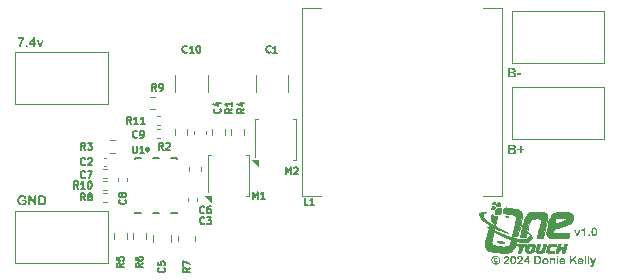
<source format=gbr>
%TF.GenerationSoftware,KiCad,Pcbnew,8.0.6*%
%TF.CreationDate,2024-10-21T22:45:32+01:00*%
%TF.ProjectId,buck,6275636b-2e6b-4696-9361-645f70636258,rev?*%
%TF.SameCoordinates,Original*%
%TF.FileFunction,Legend,Top*%
%TF.FilePolarity,Positive*%
%FSLAX46Y46*%
G04 Gerber Fmt 4.6, Leading zero omitted, Abs format (unit mm)*
G04 Created by KiCad (PCBNEW 8.0.6) date 2024-10-21 22:45:32*
%MOMM*%
%LPD*%
G01*
G04 APERTURE LIST*
%ADD10C,0.175000*%
%ADD11C,0.150000*%
%ADD12C,0.010000*%
%ADD13C,0.120000*%
%ADD14C,0.250000*%
G04 APERTURE END LIST*
D10*
G36*
X145571311Y-84931006D02*
G01*
X145672355Y-85217039D01*
X145781605Y-84917671D01*
X145795496Y-84884417D01*
X145809473Y-84861935D01*
X145840620Y-84845656D01*
X145852557Y-84844838D01*
X145886292Y-84853565D01*
X145899061Y-84863302D01*
X145916695Y-84893025D01*
X145918210Y-84906387D01*
X145914790Y-84927929D01*
X145907438Y-84950326D01*
X145898206Y-84973578D01*
X145772201Y-85287650D01*
X145759408Y-85319587D01*
X145758353Y-85322186D01*
X145742881Y-85352747D01*
X145738862Y-85358773D01*
X145712698Y-85382499D01*
X145711678Y-85383051D01*
X145678018Y-85391803D01*
X145672355Y-85391942D01*
X145638464Y-85386051D01*
X145624825Y-85378264D01*
X145600908Y-85352589D01*
X145598667Y-85348686D01*
X145584201Y-85317391D01*
X145571482Y-85287650D01*
X145446503Y-84976826D01*
X145437613Y-84953575D01*
X145429748Y-84929297D01*
X145426500Y-84907242D01*
X145435390Y-84877664D01*
X145460010Y-84854070D01*
X145494033Y-84844838D01*
X145528367Y-84852070D01*
X145542759Y-84865354D01*
X145558357Y-84896141D01*
X145570362Y-84928199D01*
X145571311Y-84931006D01*
G37*
G36*
X146208688Y-85308679D02*
G01*
X146208688Y-84883648D01*
X146181071Y-84905326D01*
X146149660Y-84928360D01*
X146116529Y-84950038D01*
X146084167Y-84967110D01*
X146049685Y-84976143D01*
X146016511Y-84964179D01*
X146009849Y-84958020D01*
X145993821Y-84927662D01*
X145992752Y-84916132D01*
X146002081Y-84882889D01*
X146009337Y-84875612D01*
X146039163Y-84857179D01*
X146065586Y-84843812D01*
X146096073Y-84828016D01*
X146125666Y-84809957D01*
X146155226Y-84787581D01*
X146157397Y-84785682D01*
X146182112Y-84761671D01*
X146204713Y-84735545D01*
X146218604Y-84716952D01*
X146238687Y-84688874D01*
X146254508Y-84668739D01*
X146288702Y-84658822D01*
X146322076Y-84669004D01*
X146333667Y-84680364D01*
X146348066Y-84713169D01*
X146350422Y-84738494D01*
X146350422Y-85289702D01*
X146347915Y-85324447D01*
X146336775Y-85359592D01*
X146310319Y-85385552D01*
X146279127Y-85391942D01*
X146245764Y-85384407D01*
X146228007Y-85370570D01*
X146211876Y-85338441D01*
X146208688Y-85308679D01*
G37*
G36*
X146673042Y-85391942D02*
G01*
X146638090Y-85384769D01*
X146617648Y-85371596D01*
X146598233Y-85341710D01*
X146594396Y-85314663D01*
X146602231Y-85280786D01*
X146616622Y-85261150D01*
X146646775Y-85242449D01*
X146671503Y-85238752D01*
X146705157Y-85245731D01*
X146727069Y-85260808D01*
X146746340Y-85290434D01*
X146750150Y-85314663D01*
X146743635Y-85348516D01*
X146727069Y-85371254D01*
X146696887Y-85388527D01*
X146673042Y-85391942D01*
G37*
G36*
X147150631Y-84661154D02*
G01*
X147184691Y-84668151D01*
X147205956Y-84675406D01*
X147237908Y-84691392D01*
X147266530Y-84712401D01*
X147278618Y-84723791D01*
X147302513Y-84752055D01*
X147321615Y-84782453D01*
X147331448Y-84802095D01*
X147344056Y-84834613D01*
X147354056Y-84871771D01*
X147360396Y-84906280D01*
X147364925Y-84944012D01*
X147367642Y-84984967D01*
X147368512Y-85020050D01*
X147368548Y-85029143D01*
X147367939Y-85067430D01*
X147366112Y-85102960D01*
X147362600Y-85139635D01*
X147358803Y-85165748D01*
X147351166Y-85200543D01*
X147340223Y-85233335D01*
X147324368Y-85267091D01*
X147322728Y-85270040D01*
X147302392Y-85300738D01*
X147278892Y-85327243D01*
X147252227Y-85349557D01*
X147236046Y-85360141D01*
X147205204Y-85375513D01*
X147172496Y-85385855D01*
X147137921Y-85391165D01*
X147117906Y-85391942D01*
X147081436Y-85389292D01*
X147046911Y-85381341D01*
X147014330Y-85368091D01*
X146983695Y-85349541D01*
X146955933Y-85326225D01*
X146931805Y-85298848D01*
X146911310Y-85267411D01*
X146896357Y-85236573D01*
X146894448Y-85231914D01*
X146883522Y-85197637D01*
X146875740Y-85163592D01*
X146872222Y-85142667D01*
X146868231Y-85108161D01*
X146865897Y-85071878D01*
X146865212Y-85037350D01*
X146865399Y-85023501D01*
X147008314Y-85023501D01*
X147008813Y-85061192D01*
X147010310Y-85095725D01*
X147013244Y-85131324D01*
X147018102Y-85166443D01*
X147018743Y-85170023D01*
X147027469Y-85205555D01*
X147041792Y-85238849D01*
X147052766Y-85254653D01*
X147080677Y-85275554D01*
X147114375Y-85282494D01*
X147116880Y-85282521D01*
X147151922Y-85276134D01*
X147180688Y-85255244D01*
X147182191Y-85253456D01*
X147200334Y-85222704D01*
X147211666Y-85188115D01*
X147215872Y-85167971D01*
X147220665Y-85133491D01*
X147223609Y-85098073D01*
X147225168Y-85063401D01*
X147225778Y-85025293D01*
X147225788Y-85019569D01*
X147225289Y-84982901D01*
X147223496Y-84944801D01*
X147219922Y-84906793D01*
X147215359Y-84877322D01*
X147206613Y-84842884D01*
X147192214Y-84810676D01*
X147181165Y-84795427D01*
X147153040Y-84775039D01*
X147118444Y-84768270D01*
X147115854Y-84768243D01*
X147082051Y-84774270D01*
X147052928Y-84794824D01*
X147033781Y-84826166D01*
X147032250Y-84829963D01*
X147021778Y-84865140D01*
X147015070Y-84903143D01*
X147011143Y-84941082D01*
X147009156Y-84976482D01*
X147008338Y-85015321D01*
X147008314Y-85023501D01*
X146865399Y-85023501D01*
X146865693Y-85001820D01*
X146867384Y-84963969D01*
X146870291Y-84928364D01*
X146872906Y-84905874D01*
X146878673Y-84870808D01*
X146886983Y-84835900D01*
X146897355Y-84804831D01*
X146913533Y-84771374D01*
X146933002Y-84742127D01*
X146958839Y-84714257D01*
X146981814Y-84696265D01*
X147014733Y-84678165D01*
X147050979Y-84665989D01*
X147085990Y-84660139D01*
X147113974Y-84658822D01*
X147150631Y-84661154D01*
G37*
G36*
X99036287Y-82430071D02*
G01*
X99036287Y-82584237D01*
X99032956Y-82623762D01*
X99029839Y-82635821D01*
X99008304Y-82669023D01*
X99006196Y-82670992D01*
X98974149Y-82694462D01*
X98963210Y-82700692D01*
X98926707Y-82719095D01*
X98890865Y-82734837D01*
X98851330Y-82749364D01*
X98821158Y-82758333D01*
X98781731Y-82767117D01*
X98740388Y-82773027D01*
X98697129Y-82776061D01*
X98672267Y-82776505D01*
X98631935Y-82775112D01*
X98587763Y-82770108D01*
X98545644Y-82761465D01*
X98505576Y-82749182D01*
X98500711Y-82747391D01*
X98463342Y-82731100D01*
X98428806Y-82711536D01*
X98393340Y-82685615D01*
X98368234Y-82662590D01*
X98342381Y-82633281D01*
X98319727Y-82601041D01*
X98300273Y-82565870D01*
X98284019Y-82527768D01*
X98271282Y-82487065D01*
X98262184Y-82444090D01*
X98257208Y-82404624D01*
X98255019Y-82363419D01*
X98254905Y-82351327D01*
X98256261Y-82310215D01*
X98260328Y-82270656D01*
X98268297Y-82227345D01*
X98279807Y-82186062D01*
X98283237Y-82176058D01*
X98299174Y-82137785D01*
X98318457Y-82102492D01*
X98341086Y-82070179D01*
X98367062Y-82040845D01*
X98396285Y-82014565D01*
X98428464Y-81991606D01*
X98463599Y-81971969D01*
X98501688Y-81955653D01*
X98542575Y-81942745D01*
X98586099Y-81933525D01*
X98626346Y-81928483D01*
X98668613Y-81926264D01*
X98681060Y-81926149D01*
X98721031Y-81927553D01*
X98763224Y-81932491D01*
X98802480Y-81940983D01*
X98827020Y-81948619D01*
X98864503Y-81963724D01*
X98900358Y-81983072D01*
X98930579Y-82005284D01*
X98959867Y-82033776D01*
X98984123Y-82066046D01*
X98990956Y-82077970D01*
X99006343Y-82114460D01*
X99011472Y-82146944D01*
X99001855Y-82185474D01*
X98986852Y-82204781D01*
X98952261Y-82225099D01*
X98927843Y-82228424D01*
X98891109Y-82218849D01*
X98861605Y-82191885D01*
X98838768Y-82156956D01*
X98815089Y-82124856D01*
X98811193Y-82120175D01*
X98780540Y-82093187D01*
X98756873Y-82079924D01*
X98717794Y-82067761D01*
X98678849Y-82063849D01*
X98668946Y-82063706D01*
X98629269Y-82066399D01*
X98590006Y-82075394D01*
X98570467Y-82082855D01*
X98535076Y-82102939D01*
X98504473Y-82129679D01*
X98496608Y-82138542D01*
X98474005Y-82171036D01*
X98456045Y-82209140D01*
X98449323Y-82228619D01*
X98439978Y-82266701D01*
X98434512Y-82307599D01*
X98432909Y-82347224D01*
X98434460Y-82389706D01*
X98439111Y-82428984D01*
X98448785Y-82471885D01*
X98462925Y-82510170D01*
X98485064Y-82549002D01*
X98496413Y-82563720D01*
X98526589Y-82593032D01*
X98561552Y-82615145D01*
X98601303Y-82630058D01*
X98645840Y-82637772D01*
X98673440Y-82638947D01*
X98714152Y-82636886D01*
X98753051Y-82630704D01*
X98777976Y-82624293D01*
X98817534Y-82610644D01*
X98853534Y-82594955D01*
X98874305Y-82584432D01*
X98874305Y-82463874D01*
X98754138Y-82463874D01*
X98714573Y-82460525D01*
X98681256Y-82448633D01*
X98658159Y-82417065D01*
X98655659Y-82395877D01*
X98666762Y-82357971D01*
X98677152Y-82346051D01*
X98713448Y-82328244D01*
X98734403Y-82326316D01*
X98919637Y-82326316D01*
X98959372Y-82328911D01*
X98979623Y-82332960D01*
X99013163Y-82353172D01*
X99020460Y-82362464D01*
X99034061Y-82399681D01*
X99036287Y-82430071D01*
G37*
G36*
X99399134Y-82027363D02*
G01*
X99701409Y-82486735D01*
X99701409Y-82026191D01*
X99706175Y-81985267D01*
X99723098Y-81951550D01*
X99756239Y-81929721D01*
X99781912Y-81926149D01*
X99821440Y-81935104D01*
X99841898Y-81951550D01*
X99859751Y-81987731D01*
X99863977Y-82026386D01*
X99863977Y-82663567D01*
X99859471Y-82707573D01*
X99843283Y-82744631D01*
X99811001Y-82769446D01*
X99769797Y-82776505D01*
X99730344Y-82770666D01*
X99727983Y-82769861D01*
X99694218Y-82749838D01*
X99693203Y-82748954D01*
X99666248Y-82719410D01*
X99663698Y-82715933D01*
X99640446Y-82682807D01*
X99637124Y-82678026D01*
X99342470Y-82228424D01*
X99342470Y-82677244D01*
X99337361Y-82717510D01*
X99319218Y-82751103D01*
X99285207Y-82772933D01*
X99259818Y-82776505D01*
X99220503Y-82767343D01*
X99199637Y-82750517D01*
X99181467Y-82714233D01*
X99177166Y-82676267D01*
X99177166Y-82051201D01*
X99180072Y-82010542D01*
X99186350Y-81986526D01*
X99209931Y-81953193D01*
X99223279Y-81942953D01*
X99260767Y-81927790D01*
X99278967Y-81926149D01*
X99318161Y-81933300D01*
X99319218Y-81933769D01*
X99348332Y-81954286D01*
X99372561Y-81985690D01*
X99373342Y-81986916D01*
X99395053Y-82020863D01*
X99399134Y-82027363D01*
G37*
G36*
X100385875Y-81952112D02*
G01*
X100427874Y-81955461D01*
X100470189Y-81962009D01*
X100489630Y-81966400D01*
X100529957Y-81979930D01*
X100567652Y-81999832D01*
X100599637Y-82023455D01*
X100629633Y-82052581D01*
X100655629Y-82085249D01*
X100677626Y-82121458D01*
X100695624Y-82161208D01*
X100709622Y-82204500D01*
X100719621Y-82251334D01*
X100725620Y-82301709D01*
X100727495Y-82341814D01*
X100727620Y-82355625D01*
X100726600Y-82395758D01*
X100723074Y-82438065D01*
X100717029Y-82477968D01*
X100714724Y-82489471D01*
X100704219Y-82529752D01*
X100690435Y-82567308D01*
X100675059Y-82599087D01*
X100652811Y-82634294D01*
X100626222Y-82666644D01*
X100606085Y-82686623D01*
X100573613Y-82711061D01*
X100538479Y-82730518D01*
X100533593Y-82732736D01*
X100495529Y-82746624D01*
X100454974Y-82756046D01*
X100449378Y-82756965D01*
X100408095Y-82761774D01*
X100365942Y-82763828D01*
X100348750Y-82764000D01*
X100136161Y-82764000D01*
X100095324Y-82760385D01*
X100065429Y-82749540D01*
X100037827Y-82719912D01*
X100033775Y-82709094D01*
X100027399Y-82669179D01*
X100026545Y-82643637D01*
X100026545Y-82626442D01*
X100202205Y-82626442D01*
X100319637Y-82626442D01*
X100359293Y-82625762D01*
X100382358Y-82624293D01*
X100421302Y-82616214D01*
X100428667Y-82613741D01*
X100464303Y-82594504D01*
X100469895Y-82589903D01*
X100496987Y-82560908D01*
X100518475Y-82524919D01*
X100534357Y-82481938D01*
X100543310Y-82440778D01*
X100548370Y-82394762D01*
X100549616Y-82354453D01*
X100548386Y-82312246D01*
X100543843Y-82268369D01*
X100534553Y-82225300D01*
X100518875Y-82185868D01*
X100514640Y-82178403D01*
X100491300Y-82146254D01*
X100461923Y-82120412D01*
X100428667Y-82104544D01*
X100387084Y-82094899D01*
X100347563Y-82090262D01*
X100308208Y-82088732D01*
X100303614Y-82088717D01*
X100202205Y-82088717D01*
X100202205Y-82626442D01*
X100026545Y-82626442D01*
X100026545Y-82056868D01*
X100030737Y-82017032D01*
X100047407Y-81981549D01*
X100051946Y-81976561D01*
X100087525Y-81956741D01*
X100129413Y-81951184D01*
X100132840Y-81951159D01*
X100345429Y-81951159D01*
X100385875Y-81952112D01*
G37*
G36*
X98381716Y-68551159D02*
G01*
X98747494Y-68551159D01*
X98787174Y-68554126D01*
X98824660Y-68566959D01*
X98827997Y-68569136D01*
X98850741Y-68602743D01*
X98853789Y-68628340D01*
X98841587Y-68667313D01*
X98825457Y-68692429D01*
X98801276Y-68725057D01*
X98776894Y-68757292D01*
X98761758Y-68777035D01*
X98737213Y-68811189D01*
X98714498Y-68846727D01*
X98693729Y-68882365D01*
X98689071Y-68890755D01*
X98670802Y-68926451D01*
X98653314Y-68965933D01*
X98638654Y-69003585D01*
X98624591Y-69044135D01*
X98620683Y-69056254D01*
X98609351Y-69095723D01*
X98601926Y-69127768D01*
X98595179Y-69167543D01*
X98590006Y-69201822D01*
X98583852Y-69242220D01*
X98578283Y-69271969D01*
X98567832Y-69310510D01*
X98549197Y-69346854D01*
X98543698Y-69353253D01*
X98509580Y-69373235D01*
X98483321Y-69376505D01*
X98445029Y-69367550D01*
X98424703Y-69351103D01*
X98407008Y-69315136D01*
X98402819Y-69277244D01*
X98406082Y-69237677D01*
X98413391Y-69198110D01*
X98417669Y-69179547D01*
X98428885Y-69138751D01*
X98442079Y-69098054D01*
X98456273Y-69058712D01*
X98466322Y-69032611D01*
X98481906Y-68995039D01*
X98499079Y-68957037D01*
X98517841Y-68918605D01*
X98538193Y-68879742D01*
X98550537Y-68857342D01*
X98573201Y-68818552D01*
X98596912Y-68780828D01*
X98621671Y-68744169D01*
X98647477Y-68708577D01*
X98662693Y-68688717D01*
X98381716Y-68688717D01*
X98341579Y-68684810D01*
X98308443Y-68670936D01*
X98286052Y-68637067D01*
X98283628Y-68615444D01*
X98292996Y-68577213D01*
X98310202Y-68562883D01*
X98348233Y-68553094D01*
X98381716Y-68551159D01*
G37*
G36*
X99048401Y-69376505D02*
G01*
X99008456Y-69368308D01*
X98985094Y-69353253D01*
X98962906Y-69319097D01*
X98958520Y-69288187D01*
X98967475Y-69249470D01*
X98983921Y-69227028D01*
X99018382Y-69205656D01*
X99046643Y-69201431D01*
X99085104Y-69209407D01*
X99110146Y-69226637D01*
X99132171Y-69260496D01*
X99136524Y-69288187D01*
X99129080Y-69326876D01*
X99110146Y-69352862D01*
X99075653Y-69372603D01*
X99048401Y-69376505D01*
G37*
G36*
X99708797Y-68544931D02*
G01*
X99742079Y-68570432D01*
X99757056Y-68610153D01*
X99759246Y-68639087D01*
X99759246Y-69051369D01*
X99776636Y-69051369D01*
X99816301Y-69054593D01*
X99848150Y-69064265D01*
X99873539Y-69096412D01*
X99876287Y-69120734D01*
X99866357Y-69159250D01*
X99853230Y-69172709D01*
X99816319Y-69186646D01*
X99786406Y-69188926D01*
X99759246Y-69188926D01*
X99759246Y-69285842D01*
X99754117Y-69325409D01*
X99738729Y-69353839D01*
X99704231Y-69374291D01*
X99684214Y-69376505D01*
X99645830Y-69366491D01*
X99630090Y-69353253D01*
X99612797Y-69318176D01*
X99609378Y-69285842D01*
X99609378Y-69188926D01*
X99339734Y-69188926D01*
X99299794Y-69184766D01*
X99262590Y-69168225D01*
X99257083Y-69163720D01*
X99234331Y-69129738D01*
X99228946Y-69095528D01*
X99233049Y-69072667D01*
X99244052Y-69051369D01*
X99391709Y-69051369D01*
X99609378Y-69051369D01*
X99609378Y-68763553D01*
X99391709Y-69051369D01*
X99244052Y-69051369D01*
X99245163Y-69049219D01*
X99261577Y-69026163D01*
X99282093Y-68999394D01*
X99573035Y-68613490D01*
X99598183Y-68581771D01*
X99621493Y-68556826D01*
X99657509Y-68539524D01*
X99669560Y-68538654D01*
X99708797Y-68544931D01*
G37*
G36*
X100076175Y-68849722D02*
G01*
X100191653Y-69176616D01*
X100316510Y-68834481D01*
X100332386Y-68796477D01*
X100348360Y-68770782D01*
X100383956Y-68752178D01*
X100397599Y-68751243D01*
X100436153Y-68761217D01*
X100450746Y-68772346D01*
X100470899Y-68806314D01*
X100472630Y-68821585D01*
X100468722Y-68846205D01*
X100460321Y-68871801D01*
X100449769Y-68898375D01*
X100305764Y-69257314D01*
X100291143Y-69293813D01*
X100289937Y-69296784D01*
X100272255Y-69331711D01*
X100267662Y-69338598D01*
X100237760Y-69365714D01*
X100236594Y-69366344D01*
X100198126Y-69376346D01*
X100191653Y-69376505D01*
X100152921Y-69369773D01*
X100137334Y-69360873D01*
X100110000Y-69331530D01*
X100107438Y-69327070D01*
X100090906Y-69291304D01*
X100076371Y-69257314D01*
X99933538Y-68902087D01*
X99923377Y-68875514D01*
X99914389Y-68847768D01*
X99910676Y-68822562D01*
X99920837Y-68788759D01*
X99948974Y-68761794D01*
X99987857Y-68751243D01*
X100027096Y-68759509D01*
X100043545Y-68774690D01*
X100061370Y-68809875D01*
X100075091Y-68846513D01*
X100076175Y-68849722D01*
G37*
G36*
X140237033Y-77652231D02*
G01*
X140277275Y-77655810D01*
X140296887Y-77658780D01*
X140335439Y-77668789D01*
X140372301Y-77686185D01*
X140374459Y-77687503D01*
X140407085Y-77710996D01*
X140426629Y-77730880D01*
X140449756Y-77764039D01*
X140461214Y-77789108D01*
X140471166Y-77828169D01*
X140473133Y-77856323D01*
X140469273Y-77899570D01*
X140457691Y-77937720D01*
X140434420Y-77975786D01*
X140406109Y-78002893D01*
X140370078Y-78024902D01*
X140363322Y-78028075D01*
X140405877Y-78045389D01*
X140441220Y-78067780D01*
X140469350Y-78095245D01*
X140493585Y-78134904D01*
X140505846Y-78173537D01*
X140510895Y-78217245D01*
X140511040Y-78226595D01*
X140507567Y-78268838D01*
X140497148Y-78308371D01*
X140479784Y-78345194D01*
X140475478Y-78352234D01*
X140450809Y-78384318D01*
X140421256Y-78410715D01*
X140386818Y-78431426D01*
X140379344Y-78434886D01*
X140341726Y-78447846D01*
X140302200Y-78456223D01*
X140293175Y-78457551D01*
X140251223Y-78461726D01*
X140211696Y-78463596D01*
X140180628Y-78464000D01*
X139934236Y-78464000D01*
X139893864Y-78459775D01*
X139858431Y-78442977D01*
X139853538Y-78438403D01*
X139834480Y-78403045D01*
X139829137Y-78361670D01*
X139829114Y-78358291D01*
X139829114Y-78326442D01*
X140004968Y-78326442D01*
X140173984Y-78326442D01*
X140219805Y-78323651D01*
X140264538Y-78312935D01*
X140302592Y-78290275D01*
X140325425Y-78256675D01*
X140333035Y-78212136D01*
X140327320Y-78172972D01*
X140306205Y-78138671D01*
X140292393Y-78127726D01*
X140255922Y-78111652D01*
X140216377Y-78103924D01*
X140173674Y-78101373D01*
X140168513Y-78101348D01*
X140004968Y-78101348D01*
X140004968Y-78326442D01*
X139829114Y-78326442D01*
X139829114Y-77976295D01*
X140004968Y-77976295D01*
X140148192Y-77976295D01*
X140189170Y-77974839D01*
X140229110Y-77968923D01*
X140239637Y-77965939D01*
X140273251Y-77945423D01*
X140287704Y-77926079D01*
X140300335Y-77889069D01*
X140300795Y-77879575D01*
X140292941Y-77838831D01*
X140264731Y-77809302D01*
X140259763Y-77806889D01*
X140218843Y-77795123D01*
X140176833Y-77790154D01*
X140136631Y-77788735D01*
X140131193Y-77788717D01*
X140004968Y-77788717D01*
X140004968Y-77976295D01*
X139829114Y-77976295D01*
X139829114Y-77756868D01*
X139833274Y-77716685D01*
X139849815Y-77681129D01*
X139854319Y-77676170D01*
X139889428Y-77656655D01*
X139930845Y-77651184D01*
X139934236Y-77651159D01*
X140195478Y-77651159D01*
X140237033Y-77652231D01*
G37*
G36*
X140958297Y-78351452D02*
G01*
X140803936Y-78351452D01*
X140803936Y-78138863D01*
X140593496Y-78138863D01*
X140593496Y-77988801D01*
X140803936Y-77988801D01*
X140803936Y-77776212D01*
X140958297Y-77776212D01*
X140958297Y-77988801D01*
X141169909Y-77988801D01*
X141169909Y-78138863D01*
X140958297Y-78138863D01*
X140958297Y-78351452D01*
G37*
G36*
X140216838Y-71152231D02*
G01*
X140257080Y-71155810D01*
X140276692Y-71158780D01*
X140315244Y-71168789D01*
X140352106Y-71186185D01*
X140354264Y-71187503D01*
X140386890Y-71210996D01*
X140406434Y-71230880D01*
X140429561Y-71264039D01*
X140441019Y-71289108D01*
X140450971Y-71328169D01*
X140452938Y-71356323D01*
X140449078Y-71399570D01*
X140437496Y-71437720D01*
X140414225Y-71475786D01*
X140385914Y-71502893D01*
X140349883Y-71524902D01*
X140343127Y-71528075D01*
X140385682Y-71545389D01*
X140421025Y-71567780D01*
X140449155Y-71595245D01*
X140473390Y-71634904D01*
X140485651Y-71673537D01*
X140490700Y-71717245D01*
X140490845Y-71726595D01*
X140487372Y-71768838D01*
X140476953Y-71808371D01*
X140459589Y-71845194D01*
X140455283Y-71852234D01*
X140430614Y-71884318D01*
X140401061Y-71910715D01*
X140366623Y-71931426D01*
X140359149Y-71934886D01*
X140321531Y-71947846D01*
X140282005Y-71956223D01*
X140272980Y-71957551D01*
X140231028Y-71961726D01*
X140191501Y-71963596D01*
X140160433Y-71964000D01*
X139914041Y-71964000D01*
X139873669Y-71959775D01*
X139838236Y-71942977D01*
X139833343Y-71938403D01*
X139814285Y-71903045D01*
X139808942Y-71861670D01*
X139808919Y-71858291D01*
X139808919Y-71826442D01*
X139984773Y-71826442D01*
X140153789Y-71826442D01*
X140199610Y-71823651D01*
X140244343Y-71812935D01*
X140282397Y-71790275D01*
X140305230Y-71756675D01*
X140312840Y-71712136D01*
X140307125Y-71672972D01*
X140286010Y-71638671D01*
X140272198Y-71627726D01*
X140235727Y-71611652D01*
X140196182Y-71603924D01*
X140153479Y-71601373D01*
X140148318Y-71601348D01*
X139984773Y-71601348D01*
X139984773Y-71826442D01*
X139808919Y-71826442D01*
X139808919Y-71476295D01*
X139984773Y-71476295D01*
X140127997Y-71476295D01*
X140168975Y-71474839D01*
X140208915Y-71468923D01*
X140219442Y-71465939D01*
X140253056Y-71445423D01*
X140267509Y-71426079D01*
X140280140Y-71389069D01*
X140280600Y-71379575D01*
X140272746Y-71338831D01*
X140244536Y-71309302D01*
X140239568Y-71306889D01*
X140198648Y-71295123D01*
X140156638Y-71290154D01*
X140116436Y-71288735D01*
X140110998Y-71288717D01*
X139984773Y-71288717D01*
X139984773Y-71476295D01*
X139808919Y-71476295D01*
X139808919Y-71256868D01*
X139813079Y-71216685D01*
X139829620Y-71181129D01*
X139834124Y-71176170D01*
X139869233Y-71156655D01*
X139910650Y-71151184D01*
X139914041Y-71151159D01*
X140175283Y-71151159D01*
X140216838Y-71152231D01*
G37*
G36*
X140808165Y-71738905D02*
G01*
X140634655Y-71738905D01*
X140595479Y-71733556D01*
X140569979Y-71719952D01*
X140549286Y-71686571D01*
X140547509Y-71670322D01*
X140558814Y-71632100D01*
X140569393Y-71620496D01*
X140605236Y-71604040D01*
X140634655Y-71601348D01*
X140808165Y-71601348D01*
X140848035Y-71606752D01*
X140873231Y-71620496D01*
X140893564Y-71653899D01*
X140895311Y-71670322D01*
X140884005Y-71708284D01*
X140873427Y-71719952D01*
X140837767Y-71736240D01*
X140808165Y-71738905D01*
G37*
G36*
X138812324Y-87225921D02*
G01*
X138851193Y-87237317D01*
X138884640Y-87257261D01*
X138912666Y-87285751D01*
X138931879Y-87316023D01*
X138944539Y-87344513D01*
X138854951Y-87367936D01*
X138838008Y-87334877D01*
X138813505Y-87310835D01*
X138779647Y-87299815D01*
X138772714Y-87299548D01*
X138738367Y-87305766D01*
X138709338Y-87326227D01*
X138704497Y-87332032D01*
X138687550Y-87364659D01*
X138680578Y-87399553D01*
X138679706Y-87419398D01*
X138681735Y-87454979D01*
X138689023Y-87488991D01*
X138690307Y-87492744D01*
X138707230Y-87523839D01*
X138720910Y-87536854D01*
X138753816Y-87550080D01*
X138768953Y-87551216D01*
X138804175Y-87542968D01*
X138832051Y-87518224D01*
X138849063Y-87486552D01*
X138855806Y-87466757D01*
X138944026Y-87499241D01*
X138932285Y-87531939D01*
X138913439Y-87566681D01*
X138889960Y-87594610D01*
X138861848Y-87615728D01*
X138829102Y-87630033D01*
X138791723Y-87637526D01*
X138767072Y-87638752D01*
X138731569Y-87635435D01*
X138697893Y-87625481D01*
X138676458Y-87615159D01*
X138647374Y-87594049D01*
X138622955Y-87566112D01*
X138609267Y-87543693D01*
X138596013Y-87512004D01*
X138587668Y-87476774D01*
X138584355Y-87442042D01*
X138584134Y-87429827D01*
X138586405Y-87392738D01*
X138593217Y-87358621D01*
X138605956Y-87324524D01*
X138607386Y-87321603D01*
X138625756Y-87291959D01*
X138651233Y-87265195D01*
X138674064Y-87248941D01*
X138705678Y-87234145D01*
X138740806Y-87225491D01*
X138775792Y-87222953D01*
X138812324Y-87225921D01*
G37*
G36*
X138807742Y-87049686D02*
G01*
X138844436Y-87055104D01*
X138880062Y-87064133D01*
X138914619Y-87076774D01*
X138947638Y-87092706D01*
X138978647Y-87111609D01*
X139007648Y-87133483D01*
X139034640Y-87158327D01*
X139059164Y-87185596D01*
X139080759Y-87214918D01*
X139099427Y-87246291D01*
X139115167Y-87279715D01*
X139127658Y-87314625D01*
X139136581Y-87350625D01*
X139141934Y-87387715D01*
X139143719Y-87425895D01*
X139141940Y-87463526D01*
X139136602Y-87500123D01*
X139127707Y-87535686D01*
X139115252Y-87570215D01*
X139099240Y-87603710D01*
X139093112Y-87614646D01*
X139072954Y-87645999D01*
X139050308Y-87674792D01*
X139025173Y-87701025D01*
X138997550Y-87724697D01*
X138967439Y-87745808D01*
X138956849Y-87752277D01*
X138924129Y-87769475D01*
X138890339Y-87783115D01*
X138855479Y-87793197D01*
X138819549Y-87799721D01*
X138782550Y-87802686D01*
X138769979Y-87802884D01*
X138732105Y-87801117D01*
X138695422Y-87795815D01*
X138659929Y-87786979D01*
X138625626Y-87774609D01*
X138592514Y-87758705D01*
X138581741Y-87752618D01*
X138550870Y-87732419D01*
X138522500Y-87709646D01*
X138496630Y-87684301D01*
X138473260Y-87656384D01*
X138452391Y-87625894D01*
X138445990Y-87615159D01*
X138429024Y-87581990D01*
X138415568Y-87547751D01*
X138405623Y-87512442D01*
X138399187Y-87476064D01*
X138396262Y-87438615D01*
X138396067Y-87425895D01*
X138479672Y-87425895D01*
X138482097Y-87464673D01*
X138489374Y-87501848D01*
X138501502Y-87537421D01*
X138518482Y-87571390D01*
X138539693Y-87602774D01*
X138564344Y-87630760D01*
X138592437Y-87655347D01*
X138623970Y-87676537D01*
X138658100Y-87693516D01*
X138693811Y-87705644D01*
X138731104Y-87712921D01*
X138769979Y-87715347D01*
X138808575Y-87712932D01*
X138845718Y-87705687D01*
X138881408Y-87693612D01*
X138915645Y-87676708D01*
X138947467Y-87655668D01*
X138975741Y-87631187D01*
X139000467Y-87603266D01*
X139021646Y-87571903D01*
X139038701Y-87537902D01*
X139050882Y-87502233D01*
X139058191Y-87464897D01*
X139060628Y-87425895D01*
X139058181Y-87387448D01*
X139050840Y-87350412D01*
X139038604Y-87314786D01*
X139021475Y-87280570D01*
X139000168Y-87248813D01*
X138975399Y-87220560D01*
X138947168Y-87195812D01*
X138915474Y-87174569D01*
X138881376Y-87157440D01*
X138845761Y-87145205D01*
X138808628Y-87137864D01*
X138769979Y-87135417D01*
X138735752Y-87137290D01*
X138698179Y-87144020D01*
X138662251Y-87155643D01*
X138627969Y-87172160D01*
X138623799Y-87174569D01*
X138592341Y-87195801D01*
X138564302Y-87220517D01*
X138539682Y-87248716D01*
X138518482Y-87280399D01*
X138501502Y-87314561D01*
X138489374Y-87350198D01*
X138482097Y-87387309D01*
X138479672Y-87425895D01*
X138396067Y-87425895D01*
X138397822Y-87387915D01*
X138403088Y-87351042D01*
X138411863Y-87315275D01*
X138424149Y-87280613D01*
X138439945Y-87247058D01*
X138445990Y-87236118D01*
X138466044Y-87204765D01*
X138488634Y-87175971D01*
X138513761Y-87149739D01*
X138541424Y-87126067D01*
X138571623Y-87104955D01*
X138582254Y-87098487D01*
X138615108Y-87081289D01*
X138649044Y-87067649D01*
X138684062Y-87057567D01*
X138720162Y-87051043D01*
X138757344Y-87048078D01*
X138769979Y-87047880D01*
X138807742Y-87049686D01*
G37*
G36*
X139604996Y-87660637D02*
G01*
X139845893Y-87660637D01*
X139880856Y-87664697D01*
X139906758Y-87676879D01*
X139926596Y-87706409D01*
X139928300Y-87721331D01*
X139918587Y-87754542D01*
X139911032Y-87763732D01*
X139879450Y-87779313D01*
X139859912Y-87781000D01*
X139506004Y-87781000D01*
X139471810Y-87775742D01*
X139445823Y-87759970D01*
X139427163Y-87730678D01*
X139424110Y-87710218D01*
X139432249Y-87675327D01*
X139437445Y-87663201D01*
X139454389Y-87633229D01*
X139467023Y-87617723D01*
X139494476Y-87589243D01*
X139520734Y-87562596D01*
X139545797Y-87537781D01*
X139572979Y-87511666D01*
X139582770Y-87502489D01*
X139609501Y-87478062D01*
X139635891Y-87455259D01*
X139656800Y-87439230D01*
X139684160Y-87418329D01*
X139711341Y-87393945D01*
X139721427Y-87383494D01*
X139743995Y-87355370D01*
X139760408Y-87326732D01*
X139771542Y-87292760D01*
X139773743Y-87270141D01*
X139768267Y-87235640D01*
X139759724Y-87217311D01*
X139737203Y-87191285D01*
X139721939Y-87181237D01*
X139688536Y-87169778D01*
X139669452Y-87168243D01*
X139634450Y-87173469D01*
X139601733Y-87191289D01*
X139577249Y-87218464D01*
X139575076Y-87221757D01*
X139561262Y-87255156D01*
X139559176Y-87261080D01*
X139545183Y-87293489D01*
X139532505Y-87312713D01*
X139502947Y-87330032D01*
X139487198Y-87331519D01*
X139454011Y-87322422D01*
X139443429Y-87313909D01*
X139427370Y-87282236D01*
X139425990Y-87266380D01*
X139429795Y-87231117D01*
X139440271Y-87196739D01*
X139441207Y-87194401D01*
X139457518Y-87162981D01*
X139479523Y-87134244D01*
X139486856Y-87126526D01*
X139514235Y-87103747D01*
X139544216Y-87086176D01*
X139563792Y-87077458D01*
X139597602Y-87066848D01*
X139631529Y-87061024D01*
X139668494Y-87058840D01*
X139672358Y-87058822D01*
X139708358Y-87060308D01*
X139745614Y-87065529D01*
X139779434Y-87074511D01*
X139800073Y-87082587D01*
X139830732Y-87100283D01*
X139857635Y-87123239D01*
X139860938Y-87126697D01*
X139883030Y-87154777D01*
X139899937Y-87186764D01*
X139901800Y-87191324D01*
X139912231Y-87226226D01*
X139916276Y-87262330D01*
X139916332Y-87267235D01*
X139913377Y-87304708D01*
X139904511Y-87339977D01*
X139889735Y-87373042D01*
X139886071Y-87379391D01*
X139867164Y-87408653D01*
X139846135Y-87435866D01*
X139824863Y-87457866D01*
X139798622Y-87480978D01*
X139769939Y-87505417D01*
X139743142Y-87527866D01*
X139721598Y-87545745D01*
X139692200Y-87570557D01*
X139663913Y-87595749D01*
X139638859Y-87620053D01*
X139622606Y-87638069D01*
X139604996Y-87660637D01*
G37*
G36*
X140283303Y-87061154D02*
G01*
X140317364Y-87068151D01*
X140338628Y-87075406D01*
X140370580Y-87091392D01*
X140399203Y-87112401D01*
X140411290Y-87123791D01*
X140435186Y-87152055D01*
X140454288Y-87182453D01*
X140464120Y-87202095D01*
X140476729Y-87234613D01*
X140486728Y-87271771D01*
X140493069Y-87306280D01*
X140497598Y-87344012D01*
X140500315Y-87384967D01*
X140501184Y-87420050D01*
X140501221Y-87429143D01*
X140500612Y-87467430D01*
X140498784Y-87502960D01*
X140495273Y-87539635D01*
X140491475Y-87565748D01*
X140483839Y-87600543D01*
X140472896Y-87633335D01*
X140457040Y-87667091D01*
X140455401Y-87670040D01*
X140435065Y-87700738D01*
X140411565Y-87727243D01*
X140384900Y-87749557D01*
X140368719Y-87760141D01*
X140337877Y-87775513D01*
X140305168Y-87785855D01*
X140270593Y-87791165D01*
X140250579Y-87791942D01*
X140214109Y-87789292D01*
X140179583Y-87781341D01*
X140147003Y-87768091D01*
X140116367Y-87749541D01*
X140088606Y-87726225D01*
X140064478Y-87698848D01*
X140043983Y-87667411D01*
X140029030Y-87636573D01*
X140027121Y-87631914D01*
X140016195Y-87597637D01*
X140008413Y-87563592D01*
X140004895Y-87542667D01*
X140000904Y-87508161D01*
X139998570Y-87471878D01*
X139997885Y-87437350D01*
X139998072Y-87423501D01*
X140140987Y-87423501D01*
X140141486Y-87461192D01*
X140142983Y-87495725D01*
X140145916Y-87531324D01*
X140150774Y-87566443D01*
X140151416Y-87570023D01*
X140160142Y-87605555D01*
X140174465Y-87638849D01*
X140185439Y-87654653D01*
X140213350Y-87675554D01*
X140247047Y-87682494D01*
X140249553Y-87682521D01*
X140284595Y-87676134D01*
X140313361Y-87655244D01*
X140314863Y-87653456D01*
X140333007Y-87622704D01*
X140344339Y-87588115D01*
X140348545Y-87567971D01*
X140353338Y-87533491D01*
X140356282Y-87498073D01*
X140357841Y-87463401D01*
X140358451Y-87425293D01*
X140358461Y-87419569D01*
X140357962Y-87382901D01*
X140356169Y-87344801D01*
X140352594Y-87306793D01*
X140348032Y-87277322D01*
X140339286Y-87242884D01*
X140324887Y-87210676D01*
X140313838Y-87195427D01*
X140285713Y-87175039D01*
X140251117Y-87168270D01*
X140248527Y-87168243D01*
X140214724Y-87174270D01*
X140185601Y-87194824D01*
X140166454Y-87226166D01*
X140164923Y-87229963D01*
X140154451Y-87265140D01*
X140147742Y-87303143D01*
X140143815Y-87341082D01*
X140141828Y-87376482D01*
X140141010Y-87415321D01*
X140140987Y-87423501D01*
X139998072Y-87423501D01*
X139998366Y-87401820D01*
X140000056Y-87363969D01*
X140002964Y-87328364D01*
X140005579Y-87305874D01*
X140011346Y-87270808D01*
X140019656Y-87235900D01*
X140030027Y-87204831D01*
X140046205Y-87171374D01*
X140065675Y-87142127D01*
X140091511Y-87114257D01*
X140114487Y-87096265D01*
X140147405Y-87078165D01*
X140183651Y-87065989D01*
X140218663Y-87060139D01*
X140246646Y-87058822D01*
X140283303Y-87061154D01*
G37*
G36*
X140768960Y-87660637D02*
G01*
X141009856Y-87660637D01*
X141044820Y-87664697D01*
X141070722Y-87676879D01*
X141090560Y-87706409D01*
X141092264Y-87721331D01*
X141082551Y-87754542D01*
X141074996Y-87763732D01*
X141043414Y-87779313D01*
X141023876Y-87781000D01*
X140669968Y-87781000D01*
X140635774Y-87775742D01*
X140609787Y-87759970D01*
X140591127Y-87730678D01*
X140588073Y-87710218D01*
X140596213Y-87675327D01*
X140601409Y-87663201D01*
X140618352Y-87633229D01*
X140630987Y-87617723D01*
X140658439Y-87589243D01*
X140684698Y-87562596D01*
X140709761Y-87537781D01*
X140736943Y-87511666D01*
X140746734Y-87502489D01*
X140773465Y-87478062D01*
X140799855Y-87455259D01*
X140820764Y-87439230D01*
X140848124Y-87418329D01*
X140875304Y-87393945D01*
X140885390Y-87383494D01*
X140907958Y-87355370D01*
X140924371Y-87326732D01*
X140935506Y-87292760D01*
X140937707Y-87270141D01*
X140932231Y-87235640D01*
X140923688Y-87217311D01*
X140901167Y-87191285D01*
X140885903Y-87181237D01*
X140852499Y-87169778D01*
X140833415Y-87168243D01*
X140798413Y-87173469D01*
X140765696Y-87191289D01*
X140741213Y-87218464D01*
X140739040Y-87221757D01*
X140725226Y-87255156D01*
X140723140Y-87261080D01*
X140709147Y-87293489D01*
X140696468Y-87312713D01*
X140666911Y-87330032D01*
X140651161Y-87331519D01*
X140617975Y-87322422D01*
X140607393Y-87313909D01*
X140591334Y-87282236D01*
X140589954Y-87266380D01*
X140593758Y-87231117D01*
X140604234Y-87196739D01*
X140605170Y-87194401D01*
X140621481Y-87162981D01*
X140643486Y-87134244D01*
X140650819Y-87126526D01*
X140678198Y-87103747D01*
X140708180Y-87086176D01*
X140727756Y-87077458D01*
X140761566Y-87066848D01*
X140795493Y-87061024D01*
X140832458Y-87058840D01*
X140836322Y-87058822D01*
X140872322Y-87060308D01*
X140909577Y-87065529D01*
X140943398Y-87074511D01*
X140964036Y-87082587D01*
X140994696Y-87100283D01*
X141021599Y-87123239D01*
X141024902Y-87126697D01*
X141046993Y-87154777D01*
X141063901Y-87186764D01*
X141065764Y-87191324D01*
X141076195Y-87226226D01*
X141080239Y-87262330D01*
X141080296Y-87267235D01*
X141077341Y-87304708D01*
X141068475Y-87339977D01*
X141053699Y-87373042D01*
X141050034Y-87379391D01*
X141031128Y-87408653D01*
X141010099Y-87435866D01*
X140988827Y-87457866D01*
X140962586Y-87480978D01*
X140933903Y-87505417D01*
X140907106Y-87527866D01*
X140885561Y-87545745D01*
X140856164Y-87570557D01*
X140827876Y-87595749D01*
X140802822Y-87620053D01*
X140786570Y-87638069D01*
X140768960Y-87660637D01*
G37*
G36*
X141547525Y-87064315D02*
G01*
X141576647Y-87086628D01*
X141589751Y-87121384D01*
X141591667Y-87146701D01*
X141591667Y-87507448D01*
X141606884Y-87507448D01*
X141641591Y-87510269D01*
X141669459Y-87518732D01*
X141691674Y-87546861D01*
X141694078Y-87568142D01*
X141685390Y-87601844D01*
X141673904Y-87613620D01*
X141641607Y-87625815D01*
X141615432Y-87627810D01*
X141591667Y-87627810D01*
X141591667Y-87712612D01*
X141587179Y-87747233D01*
X141573715Y-87772109D01*
X141543529Y-87790005D01*
X141526015Y-87791942D01*
X141492429Y-87783180D01*
X141478656Y-87771596D01*
X141463524Y-87740904D01*
X141460533Y-87712612D01*
X141460533Y-87627810D01*
X141224595Y-87627810D01*
X141189647Y-87624170D01*
X141157093Y-87609697D01*
X141152274Y-87605755D01*
X141132367Y-87576021D01*
X141127655Y-87546087D01*
X141131245Y-87526083D01*
X141140873Y-87507448D01*
X141270073Y-87507448D01*
X141460533Y-87507448D01*
X141460533Y-87255609D01*
X141270073Y-87507448D01*
X141140873Y-87507448D01*
X141141845Y-87505567D01*
X141156207Y-87485392D01*
X141174159Y-87461969D01*
X141428733Y-87124304D01*
X141450737Y-87096550D01*
X141471133Y-87074722D01*
X141502648Y-87059583D01*
X141513192Y-87058822D01*
X141547525Y-87064315D01*
G37*
G36*
X142334874Y-87070598D02*
G01*
X142371623Y-87073528D01*
X142408649Y-87079258D01*
X142425659Y-87083100D01*
X142460945Y-87094939D01*
X142493929Y-87112353D01*
X142521915Y-87133023D01*
X142548162Y-87158508D01*
X142570909Y-87187092D01*
X142590156Y-87218775D01*
X142605904Y-87253557D01*
X142618152Y-87291438D01*
X142626901Y-87332417D01*
X142632151Y-87376495D01*
X142633791Y-87411587D01*
X142633900Y-87423672D01*
X142633008Y-87458788D01*
X142629922Y-87495807D01*
X142624633Y-87530722D01*
X142622616Y-87540787D01*
X142613424Y-87576033D01*
X142601363Y-87608895D01*
X142587909Y-87636701D01*
X142568443Y-87667507D01*
X142545178Y-87695814D01*
X142527557Y-87713295D01*
X142499144Y-87734678D01*
X142468402Y-87751704D01*
X142464127Y-87753644D01*
X142430821Y-87765796D01*
X142395335Y-87774040D01*
X142390439Y-87774845D01*
X142354316Y-87779052D01*
X142317432Y-87780849D01*
X142302390Y-87781000D01*
X142116374Y-87781000D01*
X142080642Y-87777837D01*
X142054483Y-87768348D01*
X142030332Y-87742423D01*
X142026786Y-87732957D01*
X142021208Y-87698031D01*
X142020460Y-87675682D01*
X142020460Y-87660637D01*
X142174162Y-87660637D01*
X142276915Y-87660637D01*
X142311615Y-87660042D01*
X142331796Y-87658756D01*
X142365872Y-87651687D01*
X142372316Y-87649524D01*
X142403498Y-87632691D01*
X142408391Y-87628665D01*
X142432097Y-87603294D01*
X142450898Y-87571804D01*
X142464795Y-87534196D01*
X142472629Y-87498181D01*
X142477057Y-87457917D01*
X142478147Y-87422646D01*
X142477071Y-87385715D01*
X142473096Y-87347323D01*
X142464967Y-87309637D01*
X142451249Y-87275135D01*
X142447543Y-87268602D01*
X142427120Y-87240473D01*
X142401415Y-87217860D01*
X142372316Y-87203976D01*
X142335932Y-87195537D01*
X142301350Y-87191480D01*
X142266915Y-87190141D01*
X142262896Y-87190127D01*
X142174162Y-87190127D01*
X142174162Y-87660637D01*
X142020460Y-87660637D01*
X142020460Y-87162259D01*
X142024128Y-87127403D01*
X142038714Y-87096356D01*
X142042686Y-87091990D01*
X142073817Y-87074648D01*
X142110469Y-87069786D01*
X142113468Y-87069764D01*
X142299483Y-87069764D01*
X142334874Y-87070598D01*
G37*
G36*
X143006876Y-87246774D02*
G01*
X143041554Y-87252585D01*
X143077193Y-87263450D01*
X143080303Y-87264670D01*
X143112713Y-87280208D01*
X143141770Y-87299786D01*
X143165275Y-87321090D01*
X143187683Y-87347860D01*
X143206011Y-87377863D01*
X143219131Y-87407943D01*
X143229643Y-87443615D01*
X143235414Y-87478183D01*
X143237577Y-87514788D01*
X143237595Y-87518561D01*
X143235776Y-87555075D01*
X143230316Y-87589820D01*
X143221216Y-87622795D01*
X143218960Y-87629178D01*
X143204148Y-87662314D01*
X143185335Y-87692137D01*
X143164762Y-87716373D01*
X143138815Y-87739507D01*
X143109635Y-87758600D01*
X143080303Y-87772451D01*
X143045134Y-87783548D01*
X143010673Y-87789638D01*
X142973841Y-87791923D01*
X142970027Y-87791942D01*
X142933352Y-87790022D01*
X142898981Y-87784261D01*
X142863835Y-87773490D01*
X142860778Y-87772280D01*
X142828911Y-87756645D01*
X142800075Y-87737010D01*
X142776489Y-87715689D01*
X142753964Y-87688765D01*
X142735519Y-87658769D01*
X142722292Y-87628836D01*
X142711877Y-87593261D01*
X142706160Y-87558747D01*
X142704016Y-87522162D01*
X142703999Y-87518561D01*
X142846587Y-87518561D01*
X142848703Y-87554641D01*
X142855770Y-87589495D01*
X142861632Y-87606439D01*
X142878640Y-87637351D01*
X142902827Y-87661795D01*
X142904546Y-87663030D01*
X142936821Y-87678238D01*
X142970027Y-87682521D01*
X143006442Y-87677430D01*
X143037401Y-87662157D01*
X143060812Y-87639436D01*
X143078754Y-87609046D01*
X143089220Y-87575956D01*
X143094005Y-87541978D01*
X143094836Y-87518561D01*
X143092709Y-87481546D01*
X143085233Y-87445217D01*
X143070614Y-87411451D01*
X143060812Y-87397172D01*
X143034812Y-87372740D01*
X143003357Y-87358449D01*
X142970027Y-87354258D01*
X142935449Y-87359046D01*
X142905230Y-87373407D01*
X142880482Y-87397044D01*
X142862948Y-87427665D01*
X142861974Y-87429998D01*
X142852012Y-87462760D01*
X142847323Y-87496908D01*
X142846587Y-87518561D01*
X142703999Y-87518561D01*
X142703998Y-87518390D01*
X142705818Y-87481351D01*
X142711278Y-87446315D01*
X142720377Y-87413283D01*
X142722634Y-87406917D01*
X142737365Y-87373745D01*
X142755935Y-87344047D01*
X142776147Y-87320064D01*
X142801961Y-87297125D01*
X142831208Y-87278146D01*
X142860778Y-87264328D01*
X142896057Y-87253231D01*
X142930197Y-87247141D01*
X142966308Y-87244857D01*
X142970027Y-87244838D01*
X143006876Y-87246774D01*
G37*
G36*
X143456950Y-87320748D02*
G01*
X143456779Y-87320748D01*
X143480464Y-87295746D01*
X143509566Y-87274638D01*
X143524825Y-87266209D01*
X143558252Y-87253186D01*
X143591978Y-87246528D01*
X143621765Y-87244838D01*
X143657125Y-87247525D01*
X143692704Y-87256585D01*
X143717337Y-87267577D01*
X143746004Y-87287171D01*
X143770277Y-87314422D01*
X143780425Y-87331690D01*
X143793568Y-87364575D01*
X143797864Y-87385717D01*
X143800932Y-87420711D01*
X143801793Y-87455979D01*
X143801796Y-87458721D01*
X143801796Y-87705773D01*
X143797476Y-87740722D01*
X143782135Y-87769886D01*
X143753163Y-87788840D01*
X143731357Y-87791942D01*
X143697813Y-87783985D01*
X143679724Y-87769374D01*
X143663826Y-87738004D01*
X143660062Y-87705602D01*
X143660062Y-87484196D01*
X143658409Y-87447016D01*
X143652062Y-87410600D01*
X143643136Y-87387085D01*
X143617790Y-87362465D01*
X143581797Y-87354387D01*
X143575603Y-87354258D01*
X143541821Y-87359952D01*
X143514738Y-87374433D01*
X143489726Y-87400114D01*
X143474389Y-87429827D01*
X143468078Y-87464959D01*
X143465734Y-87502115D01*
X143465157Y-87539077D01*
X143465157Y-87705602D01*
X143460724Y-87740967D01*
X143444982Y-87770057D01*
X143415436Y-87788864D01*
X143393349Y-87791942D01*
X143359155Y-87783193D01*
X143342742Y-87769545D01*
X143326706Y-87738421D01*
X143322909Y-87706286D01*
X143322909Y-87325193D01*
X143327355Y-87290358D01*
X143340690Y-87265183D01*
X143371361Y-87246824D01*
X143389417Y-87244838D01*
X143423440Y-87253557D01*
X143447316Y-87278313D01*
X143447889Y-87279374D01*
X143456729Y-87313337D01*
X143456950Y-87320748D01*
G37*
G36*
X144060474Y-87325193D02*
G01*
X144060474Y-87706286D01*
X144056004Y-87741160D01*
X144040129Y-87770057D01*
X144010569Y-87788864D01*
X143988667Y-87791942D01*
X143954165Y-87783193D01*
X143937889Y-87769545D01*
X143922129Y-87738421D01*
X143918398Y-87706286D01*
X143918398Y-87329126D01*
X143922681Y-87294817D01*
X143937889Y-87266380D01*
X143966940Y-87247867D01*
X143988667Y-87244838D01*
X144023435Y-87253253D01*
X144040129Y-87266380D01*
X144057116Y-87297424D01*
X144060474Y-87325193D01*
G37*
G36*
X143990205Y-87190127D02*
G01*
X143955220Y-87182691D01*
X143939598Y-87172859D01*
X143920903Y-87144157D01*
X143918398Y-87124304D01*
X143927675Y-87091096D01*
X143939940Y-87077287D01*
X143971384Y-87061004D01*
X143990205Y-87058822D01*
X144024990Y-87066742D01*
X144038932Y-87075577D01*
X144057929Y-87104044D01*
X144060474Y-87124304D01*
X144052259Y-87157710D01*
X144039445Y-87172688D01*
X144008828Y-87188067D01*
X143990205Y-87190127D01*
G37*
G36*
X144459753Y-87246964D02*
G01*
X144494823Y-87253343D01*
X144530956Y-87265604D01*
X144556629Y-87278861D01*
X144586120Y-87299485D01*
X144611122Y-87323273D01*
X144633635Y-87353417D01*
X144641088Y-87366568D01*
X144655965Y-87400338D01*
X144665331Y-87434542D01*
X144669188Y-87469180D01*
X144669298Y-87476160D01*
X144665019Y-87511238D01*
X144645998Y-87541479D01*
X144638866Y-87546087D01*
X144605414Y-87557622D01*
X144568461Y-87561907D01*
X144555603Y-87562158D01*
X144304277Y-87562158D01*
X144308851Y-87597250D01*
X144321545Y-87630033D01*
X144342569Y-87659200D01*
X144366168Y-87677563D01*
X144399359Y-87690419D01*
X144427718Y-87693463D01*
X144461960Y-87690077D01*
X144469092Y-87688334D01*
X144501219Y-87674907D01*
X144505680Y-87672263D01*
X144533859Y-87652292D01*
X144538677Y-87648327D01*
X144565320Y-87625036D01*
X144578342Y-87613278D01*
X144610826Y-87603533D01*
X144644512Y-87613643D01*
X144647243Y-87615842D01*
X144661548Y-87647939D01*
X144661605Y-87650720D01*
X144652630Y-87683817D01*
X144646901Y-87694318D01*
X144624438Y-87722567D01*
X144603304Y-87740993D01*
X144573023Y-87760016D01*
X144541613Y-87773829D01*
X144530983Y-87777580D01*
X144496715Y-87786332D01*
X144462091Y-87790806D01*
X144431479Y-87791942D01*
X144392588Y-87790138D01*
X144356486Y-87784729D01*
X144323172Y-87775713D01*
X144286875Y-87760133D01*
X144254594Y-87739360D01*
X144230760Y-87718083D01*
X144206415Y-87688488D01*
X144187107Y-87655227D01*
X144172835Y-87618300D01*
X144164790Y-87584726D01*
X144160243Y-87548606D01*
X144159124Y-87517877D01*
X144160843Y-87481706D01*
X144161901Y-87474621D01*
X144304790Y-87474621D01*
X144530983Y-87474621D01*
X144524994Y-87437946D01*
X144511502Y-87405172D01*
X144496618Y-87385546D01*
X144469066Y-87365288D01*
X144435306Y-87355358D01*
X144417630Y-87354258D01*
X144382444Y-87359478D01*
X144350673Y-87376776D01*
X144340865Y-87385888D01*
X144320395Y-87415791D01*
X144308562Y-87450857D01*
X144304790Y-87474621D01*
X144161901Y-87474621D01*
X144166003Y-87447138D01*
X144175650Y-87410964D01*
X144176734Y-87407772D01*
X144190877Y-87374462D01*
X144208859Y-87344586D01*
X144228538Y-87320406D01*
X144253767Y-87297273D01*
X144282673Y-87278179D01*
X144312142Y-87264328D01*
X144347482Y-87253231D01*
X144381782Y-87247141D01*
X144418154Y-87244857D01*
X144421905Y-87244838D01*
X144459753Y-87246964D01*
G37*
G36*
X145174344Y-87141401D02*
G01*
X145174344Y-87378707D01*
X145445331Y-87091648D01*
X145469903Y-87067638D01*
X145480893Y-87058822D01*
X145513752Y-87048147D01*
X145521413Y-87047880D01*
X145556197Y-87054812D01*
X145574926Y-87067542D01*
X145593169Y-87097176D01*
X145595614Y-87115755D01*
X145587108Y-87149265D01*
X145565711Y-87178026D01*
X145561591Y-87182092D01*
X145391475Y-87344171D01*
X145588775Y-87628665D01*
X145608624Y-87658840D01*
X145621088Y-87682179D01*
X145631165Y-87715250D01*
X145632030Y-87727999D01*
X145621608Y-87761734D01*
X145611856Y-87772964D01*
X145581375Y-87789273D01*
X145557829Y-87791942D01*
X145522981Y-87786732D01*
X145506367Y-87778606D01*
X145481214Y-87755373D01*
X145473199Y-87744070D01*
X145455183Y-87714417D01*
X145449947Y-87705602D01*
X145284619Y-87455644D01*
X145174344Y-87559935D01*
X145174344Y-87700815D01*
X145170187Y-87736489D01*
X145153966Y-87767930D01*
X145152630Y-87769374D01*
X145122446Y-87788217D01*
X145096723Y-87791942D01*
X145063325Y-87783957D01*
X145058768Y-87781512D01*
X145033504Y-87757633D01*
X145030900Y-87753302D01*
X145022180Y-87720134D01*
X145020763Y-87685396D01*
X145020642Y-87667475D01*
X145020642Y-87140375D01*
X145024536Y-87104803D01*
X145039735Y-87072959D01*
X145040987Y-87071474D01*
X145070534Y-87051774D01*
X145096723Y-87047880D01*
X145131549Y-87055291D01*
X145152801Y-87071303D01*
X145169610Y-87102752D01*
X145174322Y-87138506D01*
X145174344Y-87141401D01*
G37*
G36*
X145993012Y-87246964D02*
G01*
X146028082Y-87253343D01*
X146064215Y-87265604D01*
X146089888Y-87278861D01*
X146119379Y-87299485D01*
X146144381Y-87323273D01*
X146166894Y-87353417D01*
X146174347Y-87366568D01*
X146189223Y-87400338D01*
X146198590Y-87434542D01*
X146202447Y-87469180D01*
X146202557Y-87476160D01*
X146198277Y-87511238D01*
X146179257Y-87541479D01*
X146172124Y-87546087D01*
X146138673Y-87557622D01*
X146101720Y-87561907D01*
X146088862Y-87562158D01*
X145837536Y-87562158D01*
X145842110Y-87597250D01*
X145854804Y-87630033D01*
X145875828Y-87659200D01*
X145899427Y-87677563D01*
X145932618Y-87690419D01*
X145960976Y-87693463D01*
X145995219Y-87690077D01*
X146002351Y-87688334D01*
X146034478Y-87674907D01*
X146038939Y-87672263D01*
X146067118Y-87652292D01*
X146071936Y-87648327D01*
X146098579Y-87625036D01*
X146111601Y-87613278D01*
X146144085Y-87603533D01*
X146177771Y-87613643D01*
X146180502Y-87615842D01*
X146194807Y-87647939D01*
X146194863Y-87650720D01*
X146185889Y-87683817D01*
X146180160Y-87694318D01*
X146157697Y-87722567D01*
X146136563Y-87740993D01*
X146106281Y-87760016D01*
X146074872Y-87773829D01*
X146064242Y-87777580D01*
X146029974Y-87786332D01*
X145995350Y-87790806D01*
X145964738Y-87791942D01*
X145925847Y-87790138D01*
X145889745Y-87784729D01*
X145856431Y-87775713D01*
X145820134Y-87760133D01*
X145787853Y-87739360D01*
X145764019Y-87718083D01*
X145739674Y-87688488D01*
X145720366Y-87655227D01*
X145706094Y-87618300D01*
X145698049Y-87584726D01*
X145693502Y-87548606D01*
X145692383Y-87517877D01*
X145694102Y-87481706D01*
X145695159Y-87474621D01*
X145838049Y-87474621D01*
X146064242Y-87474621D01*
X146058253Y-87437946D01*
X146044761Y-87405172D01*
X146029877Y-87385546D01*
X146002325Y-87365288D01*
X145968565Y-87355358D01*
X145950889Y-87354258D01*
X145915703Y-87359478D01*
X145883932Y-87376776D01*
X145874124Y-87385888D01*
X145853654Y-87415791D01*
X145841821Y-87450857D01*
X145838049Y-87474621D01*
X145695159Y-87474621D01*
X145699261Y-87447138D01*
X145708909Y-87410964D01*
X145709993Y-87407772D01*
X145724136Y-87374462D01*
X145742118Y-87344586D01*
X145761796Y-87320406D01*
X145787026Y-87297273D01*
X145815932Y-87278179D01*
X145845401Y-87264328D01*
X145880740Y-87253231D01*
X145915041Y-87247141D01*
X145951413Y-87244857D01*
X145955163Y-87244838D01*
X145993012Y-87246964D01*
G37*
G36*
X146280519Y-87706115D02*
G01*
X146280519Y-87133707D01*
X146284689Y-87098918D01*
X146299497Y-87069935D01*
X146328428Y-87050982D01*
X146350788Y-87047880D01*
X146384617Y-87055595D01*
X146402763Y-87069764D01*
X146418799Y-87100683D01*
X146422595Y-87133707D01*
X146422595Y-87706115D01*
X146418200Y-87741234D01*
X146402592Y-87770228D01*
X146372979Y-87788888D01*
X146350788Y-87791942D01*
X146316287Y-87783193D01*
X146300010Y-87769545D01*
X146284250Y-87738367D01*
X146280519Y-87706115D01*
G37*
G36*
X146545865Y-87706115D02*
G01*
X146545865Y-87133707D01*
X146550035Y-87098918D01*
X146564842Y-87069935D01*
X146593774Y-87050982D01*
X146616133Y-87047880D01*
X146649963Y-87055595D01*
X146668108Y-87069764D01*
X146684145Y-87100683D01*
X146687941Y-87133707D01*
X146687941Y-87706115D01*
X146683546Y-87741234D01*
X146667937Y-87770228D01*
X146638325Y-87788888D01*
X146616133Y-87791942D01*
X146581632Y-87783193D01*
X146565355Y-87769545D01*
X146549595Y-87738367D01*
X146545865Y-87706115D01*
G37*
G36*
X146932599Y-87803397D02*
G01*
X146944054Y-87775699D01*
X146783171Y-87367423D01*
X146771165Y-87334098D01*
X146767784Y-87313909D01*
X146776609Y-87280530D01*
X146777187Y-87279545D01*
X146801985Y-87254835D01*
X146803004Y-87254241D01*
X146836088Y-87244847D01*
X146837198Y-87244838D01*
X146871187Y-87253305D01*
X146883702Y-87264499D01*
X146901627Y-87294739D01*
X146910715Y-87318526D01*
X147016716Y-87627468D01*
X147116905Y-87341094D01*
X147128872Y-87308011D01*
X147139815Y-87282622D01*
X147160712Y-87254670D01*
X147163066Y-87253044D01*
X147196565Y-87244846D01*
X147197944Y-87244838D01*
X147229403Y-87253557D01*
X147252484Y-87277151D01*
X147260690Y-87308951D01*
X147254193Y-87335965D01*
X147243826Y-87369571D01*
X147243422Y-87370672D01*
X147072281Y-87821690D01*
X147058440Y-87856726D01*
X147043331Y-87889557D01*
X147028342Y-87916408D01*
X147006561Y-87943850D01*
X146979218Y-87965140D01*
X146970383Y-87970092D01*
X146937038Y-87982269D01*
X146902519Y-87987724D01*
X146873785Y-87988899D01*
X146836624Y-87987323D01*
X146801144Y-87981398D01*
X146783855Y-87975563D01*
X146758017Y-87951590D01*
X146752909Y-87925811D01*
X146763068Y-87892863D01*
X146768297Y-87887343D01*
X146800688Y-87874320D01*
X146812749Y-87873665D01*
X146834804Y-87876743D01*
X146854979Y-87879478D01*
X146887976Y-87873323D01*
X146909347Y-87851268D01*
X146925368Y-87820109D01*
X146932599Y-87803397D01*
G37*
D11*
X104000000Y-82369771D02*
X103800000Y-82084057D01*
X103657143Y-82369771D02*
X103657143Y-81769771D01*
X103657143Y-81769771D02*
X103885714Y-81769771D01*
X103885714Y-81769771D02*
X103942857Y-81798342D01*
X103942857Y-81798342D02*
X103971428Y-81826914D01*
X103971428Y-81826914D02*
X104000000Y-81884057D01*
X104000000Y-81884057D02*
X104000000Y-81969771D01*
X104000000Y-81969771D02*
X103971428Y-82026914D01*
X103971428Y-82026914D02*
X103942857Y-82055485D01*
X103942857Y-82055485D02*
X103885714Y-82084057D01*
X103885714Y-82084057D02*
X103657143Y-82084057D01*
X104342857Y-82026914D02*
X104285714Y-81998342D01*
X104285714Y-81998342D02*
X104257143Y-81969771D01*
X104257143Y-81969771D02*
X104228571Y-81912628D01*
X104228571Y-81912628D02*
X104228571Y-81884057D01*
X104228571Y-81884057D02*
X104257143Y-81826914D01*
X104257143Y-81826914D02*
X104285714Y-81798342D01*
X104285714Y-81798342D02*
X104342857Y-81769771D01*
X104342857Y-81769771D02*
X104457143Y-81769771D01*
X104457143Y-81769771D02*
X104514286Y-81798342D01*
X104514286Y-81798342D02*
X104542857Y-81826914D01*
X104542857Y-81826914D02*
X104571428Y-81884057D01*
X104571428Y-81884057D02*
X104571428Y-81912628D01*
X104571428Y-81912628D02*
X104542857Y-81969771D01*
X104542857Y-81969771D02*
X104514286Y-81998342D01*
X104514286Y-81998342D02*
X104457143Y-82026914D01*
X104457143Y-82026914D02*
X104342857Y-82026914D01*
X104342857Y-82026914D02*
X104285714Y-82055485D01*
X104285714Y-82055485D02*
X104257143Y-82084057D01*
X104257143Y-82084057D02*
X104228571Y-82141200D01*
X104228571Y-82141200D02*
X104228571Y-82255485D01*
X104228571Y-82255485D02*
X104257143Y-82312628D01*
X104257143Y-82312628D02*
X104285714Y-82341200D01*
X104285714Y-82341200D02*
X104342857Y-82369771D01*
X104342857Y-82369771D02*
X104457143Y-82369771D01*
X104457143Y-82369771D02*
X104514286Y-82341200D01*
X104514286Y-82341200D02*
X104542857Y-82312628D01*
X104542857Y-82312628D02*
X104571428Y-82255485D01*
X104571428Y-82255485D02*
X104571428Y-82141200D01*
X104571428Y-82141200D02*
X104542857Y-82084057D01*
X104542857Y-82084057D02*
X104514286Y-82055485D01*
X104514286Y-82055485D02*
X104457143Y-82026914D01*
X107269771Y-87699999D02*
X106984057Y-87899999D01*
X107269771Y-88042856D02*
X106669771Y-88042856D01*
X106669771Y-88042856D02*
X106669771Y-87814285D01*
X106669771Y-87814285D02*
X106698342Y-87757142D01*
X106698342Y-87757142D02*
X106726914Y-87728571D01*
X106726914Y-87728571D02*
X106784057Y-87699999D01*
X106784057Y-87699999D02*
X106869771Y-87699999D01*
X106869771Y-87699999D02*
X106926914Y-87728571D01*
X106926914Y-87728571D02*
X106955485Y-87757142D01*
X106955485Y-87757142D02*
X106984057Y-87814285D01*
X106984057Y-87814285D02*
X106984057Y-88042856D01*
X106669771Y-87157142D02*
X106669771Y-87442856D01*
X106669771Y-87442856D02*
X106955485Y-87471428D01*
X106955485Y-87471428D02*
X106926914Y-87442856D01*
X106926914Y-87442856D02*
X106898342Y-87385714D01*
X106898342Y-87385714D02*
X106898342Y-87242856D01*
X106898342Y-87242856D02*
X106926914Y-87185714D01*
X106926914Y-87185714D02*
X106955485Y-87157142D01*
X106955485Y-87157142D02*
X107012628Y-87128571D01*
X107012628Y-87128571D02*
X107155485Y-87128571D01*
X107155485Y-87128571D02*
X107212628Y-87157142D01*
X107212628Y-87157142D02*
X107241200Y-87185714D01*
X107241200Y-87185714D02*
X107269771Y-87242856D01*
X107269771Y-87242856D02*
X107269771Y-87385714D01*
X107269771Y-87385714D02*
X107241200Y-87442856D01*
X107241200Y-87442856D02*
X107212628Y-87471428D01*
X114100000Y-84312628D02*
X114071428Y-84341200D01*
X114071428Y-84341200D02*
X113985714Y-84369771D01*
X113985714Y-84369771D02*
X113928571Y-84369771D01*
X113928571Y-84369771D02*
X113842857Y-84341200D01*
X113842857Y-84341200D02*
X113785714Y-84284057D01*
X113785714Y-84284057D02*
X113757143Y-84226914D01*
X113757143Y-84226914D02*
X113728571Y-84112628D01*
X113728571Y-84112628D02*
X113728571Y-84026914D01*
X113728571Y-84026914D02*
X113757143Y-83912628D01*
X113757143Y-83912628D02*
X113785714Y-83855485D01*
X113785714Y-83855485D02*
X113842857Y-83798342D01*
X113842857Y-83798342D02*
X113928571Y-83769771D01*
X113928571Y-83769771D02*
X113985714Y-83769771D01*
X113985714Y-83769771D02*
X114071428Y-83798342D01*
X114071428Y-83798342D02*
X114100000Y-83826914D01*
X114300000Y-83769771D02*
X114671428Y-83769771D01*
X114671428Y-83769771D02*
X114471428Y-83998342D01*
X114471428Y-83998342D02*
X114557143Y-83998342D01*
X114557143Y-83998342D02*
X114614286Y-84026914D01*
X114614286Y-84026914D02*
X114642857Y-84055485D01*
X114642857Y-84055485D02*
X114671428Y-84112628D01*
X114671428Y-84112628D02*
X114671428Y-84255485D01*
X114671428Y-84255485D02*
X114642857Y-84312628D01*
X114642857Y-84312628D02*
X114614286Y-84341200D01*
X114614286Y-84341200D02*
X114557143Y-84369771D01*
X114557143Y-84369771D02*
X114385714Y-84369771D01*
X114385714Y-84369771D02*
X114328571Y-84341200D01*
X114328571Y-84341200D02*
X114300000Y-84312628D01*
X116469771Y-74599999D02*
X116184057Y-74799999D01*
X116469771Y-74942856D02*
X115869771Y-74942856D01*
X115869771Y-74942856D02*
X115869771Y-74714285D01*
X115869771Y-74714285D02*
X115898342Y-74657142D01*
X115898342Y-74657142D02*
X115926914Y-74628571D01*
X115926914Y-74628571D02*
X115984057Y-74599999D01*
X115984057Y-74599999D02*
X116069771Y-74599999D01*
X116069771Y-74599999D02*
X116126914Y-74628571D01*
X116126914Y-74628571D02*
X116155485Y-74657142D01*
X116155485Y-74657142D02*
X116184057Y-74714285D01*
X116184057Y-74714285D02*
X116184057Y-74942856D01*
X116469771Y-74028571D02*
X116469771Y-74371428D01*
X116469771Y-74199999D02*
X115869771Y-74199999D01*
X115869771Y-74199999D02*
X115955485Y-74257142D01*
X115955485Y-74257142D02*
X116012628Y-74314285D01*
X116012628Y-74314285D02*
X116041200Y-74371428D01*
X112869771Y-88099999D02*
X112584057Y-88299999D01*
X112869771Y-88442856D02*
X112269771Y-88442856D01*
X112269771Y-88442856D02*
X112269771Y-88214285D01*
X112269771Y-88214285D02*
X112298342Y-88157142D01*
X112298342Y-88157142D02*
X112326914Y-88128571D01*
X112326914Y-88128571D02*
X112384057Y-88099999D01*
X112384057Y-88099999D02*
X112469771Y-88099999D01*
X112469771Y-88099999D02*
X112526914Y-88128571D01*
X112526914Y-88128571D02*
X112555485Y-88157142D01*
X112555485Y-88157142D02*
X112584057Y-88214285D01*
X112584057Y-88214285D02*
X112584057Y-88442856D01*
X112269771Y-87899999D02*
X112269771Y-87499999D01*
X112269771Y-87499999D02*
X112869771Y-87757142D01*
X117469771Y-74599999D02*
X117184057Y-74799999D01*
X117469771Y-74942856D02*
X116869771Y-74942856D01*
X116869771Y-74942856D02*
X116869771Y-74714285D01*
X116869771Y-74714285D02*
X116898342Y-74657142D01*
X116898342Y-74657142D02*
X116926914Y-74628571D01*
X116926914Y-74628571D02*
X116984057Y-74599999D01*
X116984057Y-74599999D02*
X117069771Y-74599999D01*
X117069771Y-74599999D02*
X117126914Y-74628571D01*
X117126914Y-74628571D02*
X117155485Y-74657142D01*
X117155485Y-74657142D02*
X117184057Y-74714285D01*
X117184057Y-74714285D02*
X117184057Y-74942856D01*
X117069771Y-74085714D02*
X117469771Y-74085714D01*
X116841200Y-74228571D02*
X117269771Y-74371428D01*
X117269771Y-74371428D02*
X117269771Y-73999999D01*
X110600000Y-78069771D02*
X110400000Y-77784057D01*
X110257143Y-78069771D02*
X110257143Y-77469771D01*
X110257143Y-77469771D02*
X110485714Y-77469771D01*
X110485714Y-77469771D02*
X110542857Y-77498342D01*
X110542857Y-77498342D02*
X110571428Y-77526914D01*
X110571428Y-77526914D02*
X110600000Y-77584057D01*
X110600000Y-77584057D02*
X110600000Y-77669771D01*
X110600000Y-77669771D02*
X110571428Y-77726914D01*
X110571428Y-77726914D02*
X110542857Y-77755485D01*
X110542857Y-77755485D02*
X110485714Y-77784057D01*
X110485714Y-77784057D02*
X110257143Y-77784057D01*
X110828571Y-77526914D02*
X110857143Y-77498342D01*
X110857143Y-77498342D02*
X110914286Y-77469771D01*
X110914286Y-77469771D02*
X111057143Y-77469771D01*
X111057143Y-77469771D02*
X111114286Y-77498342D01*
X111114286Y-77498342D02*
X111142857Y-77526914D01*
X111142857Y-77526914D02*
X111171428Y-77584057D01*
X111171428Y-77584057D02*
X111171428Y-77641200D01*
X111171428Y-77641200D02*
X111142857Y-77726914D01*
X111142857Y-77726914D02*
X110800000Y-78069771D01*
X110800000Y-78069771D02*
X111171428Y-78069771D01*
X112614285Y-69812628D02*
X112585713Y-69841200D01*
X112585713Y-69841200D02*
X112499999Y-69869771D01*
X112499999Y-69869771D02*
X112442856Y-69869771D01*
X112442856Y-69869771D02*
X112357142Y-69841200D01*
X112357142Y-69841200D02*
X112299999Y-69784057D01*
X112299999Y-69784057D02*
X112271428Y-69726914D01*
X112271428Y-69726914D02*
X112242856Y-69612628D01*
X112242856Y-69612628D02*
X112242856Y-69526914D01*
X112242856Y-69526914D02*
X112271428Y-69412628D01*
X112271428Y-69412628D02*
X112299999Y-69355485D01*
X112299999Y-69355485D02*
X112357142Y-69298342D01*
X112357142Y-69298342D02*
X112442856Y-69269771D01*
X112442856Y-69269771D02*
X112499999Y-69269771D01*
X112499999Y-69269771D02*
X112585713Y-69298342D01*
X112585713Y-69298342D02*
X112614285Y-69326914D01*
X113185713Y-69869771D02*
X112842856Y-69869771D01*
X113014285Y-69869771D02*
X113014285Y-69269771D01*
X113014285Y-69269771D02*
X112957142Y-69355485D01*
X112957142Y-69355485D02*
X112899999Y-69412628D01*
X112899999Y-69412628D02*
X112842856Y-69441200D01*
X113557142Y-69269771D02*
X113614285Y-69269771D01*
X113614285Y-69269771D02*
X113671428Y-69298342D01*
X113671428Y-69298342D02*
X113700000Y-69326914D01*
X113700000Y-69326914D02*
X113728571Y-69384057D01*
X113728571Y-69384057D02*
X113757142Y-69498342D01*
X113757142Y-69498342D02*
X113757142Y-69641200D01*
X113757142Y-69641200D02*
X113728571Y-69755485D01*
X113728571Y-69755485D02*
X113700000Y-69812628D01*
X113700000Y-69812628D02*
X113671428Y-69841200D01*
X113671428Y-69841200D02*
X113614285Y-69869771D01*
X113614285Y-69869771D02*
X113557142Y-69869771D01*
X113557142Y-69869771D02*
X113500000Y-69841200D01*
X113500000Y-69841200D02*
X113471428Y-69812628D01*
X113471428Y-69812628D02*
X113442857Y-69755485D01*
X113442857Y-69755485D02*
X113414285Y-69641200D01*
X113414285Y-69641200D02*
X113414285Y-69498342D01*
X113414285Y-69498342D02*
X113442857Y-69384057D01*
X113442857Y-69384057D02*
X113471428Y-69326914D01*
X113471428Y-69326914D02*
X113500000Y-69298342D01*
X113500000Y-69298342D02*
X113557142Y-69269771D01*
X118214286Y-82269771D02*
X118214286Y-81669771D01*
X118214286Y-81669771D02*
X118414286Y-82098342D01*
X118414286Y-82098342D02*
X118614286Y-81669771D01*
X118614286Y-81669771D02*
X118614286Y-82269771D01*
X119214285Y-82269771D02*
X118871428Y-82269771D01*
X119042857Y-82269771D02*
X119042857Y-81669771D01*
X119042857Y-81669771D02*
X118985714Y-81755485D01*
X118985714Y-81755485D02*
X118928571Y-81812628D01*
X118928571Y-81812628D02*
X118871428Y-81841200D01*
X122900000Y-82769771D02*
X122614286Y-82769771D01*
X122614286Y-82769771D02*
X122614286Y-82169771D01*
X123414285Y-82769771D02*
X123071428Y-82769771D01*
X123242857Y-82769771D02*
X123242857Y-82169771D01*
X123242857Y-82169771D02*
X123185714Y-82255485D01*
X123185714Y-82255485D02*
X123128571Y-82312628D01*
X123128571Y-82312628D02*
X123071428Y-82341200D01*
X115412628Y-74599999D02*
X115441200Y-74628571D01*
X115441200Y-74628571D02*
X115469771Y-74714285D01*
X115469771Y-74714285D02*
X115469771Y-74771428D01*
X115469771Y-74771428D02*
X115441200Y-74857142D01*
X115441200Y-74857142D02*
X115384057Y-74914285D01*
X115384057Y-74914285D02*
X115326914Y-74942856D01*
X115326914Y-74942856D02*
X115212628Y-74971428D01*
X115212628Y-74971428D02*
X115126914Y-74971428D01*
X115126914Y-74971428D02*
X115012628Y-74942856D01*
X115012628Y-74942856D02*
X114955485Y-74914285D01*
X114955485Y-74914285D02*
X114898342Y-74857142D01*
X114898342Y-74857142D02*
X114869771Y-74771428D01*
X114869771Y-74771428D02*
X114869771Y-74714285D01*
X114869771Y-74714285D02*
X114898342Y-74628571D01*
X114898342Y-74628571D02*
X114926914Y-74599999D01*
X115069771Y-74085714D02*
X115469771Y-74085714D01*
X114841200Y-74228571D02*
X115269771Y-74371428D01*
X115269771Y-74371428D02*
X115269771Y-73999999D01*
X110025000Y-73094771D02*
X109825000Y-72809057D01*
X109682143Y-73094771D02*
X109682143Y-72494771D01*
X109682143Y-72494771D02*
X109910714Y-72494771D01*
X109910714Y-72494771D02*
X109967857Y-72523342D01*
X109967857Y-72523342D02*
X109996428Y-72551914D01*
X109996428Y-72551914D02*
X110025000Y-72609057D01*
X110025000Y-72609057D02*
X110025000Y-72694771D01*
X110025000Y-72694771D02*
X109996428Y-72751914D01*
X109996428Y-72751914D02*
X109967857Y-72780485D01*
X109967857Y-72780485D02*
X109910714Y-72809057D01*
X109910714Y-72809057D02*
X109682143Y-72809057D01*
X110310714Y-73094771D02*
X110425000Y-73094771D01*
X110425000Y-73094771D02*
X110482143Y-73066200D01*
X110482143Y-73066200D02*
X110510714Y-73037628D01*
X110510714Y-73037628D02*
X110567857Y-72951914D01*
X110567857Y-72951914D02*
X110596428Y-72837628D01*
X110596428Y-72837628D02*
X110596428Y-72609057D01*
X110596428Y-72609057D02*
X110567857Y-72551914D01*
X110567857Y-72551914D02*
X110539286Y-72523342D01*
X110539286Y-72523342D02*
X110482143Y-72494771D01*
X110482143Y-72494771D02*
X110367857Y-72494771D01*
X110367857Y-72494771D02*
X110310714Y-72523342D01*
X110310714Y-72523342D02*
X110282143Y-72551914D01*
X110282143Y-72551914D02*
X110253571Y-72609057D01*
X110253571Y-72609057D02*
X110253571Y-72751914D01*
X110253571Y-72751914D02*
X110282143Y-72809057D01*
X110282143Y-72809057D02*
X110310714Y-72837628D01*
X110310714Y-72837628D02*
X110367857Y-72866200D01*
X110367857Y-72866200D02*
X110482143Y-72866200D01*
X110482143Y-72866200D02*
X110539286Y-72837628D01*
X110539286Y-72837628D02*
X110567857Y-72809057D01*
X110567857Y-72809057D02*
X110596428Y-72751914D01*
X108400000Y-77012628D02*
X108371428Y-77041200D01*
X108371428Y-77041200D02*
X108285714Y-77069771D01*
X108285714Y-77069771D02*
X108228571Y-77069771D01*
X108228571Y-77069771D02*
X108142857Y-77041200D01*
X108142857Y-77041200D02*
X108085714Y-76984057D01*
X108085714Y-76984057D02*
X108057143Y-76926914D01*
X108057143Y-76926914D02*
X108028571Y-76812628D01*
X108028571Y-76812628D02*
X108028571Y-76726914D01*
X108028571Y-76726914D02*
X108057143Y-76612628D01*
X108057143Y-76612628D02*
X108085714Y-76555485D01*
X108085714Y-76555485D02*
X108142857Y-76498342D01*
X108142857Y-76498342D02*
X108228571Y-76469771D01*
X108228571Y-76469771D02*
X108285714Y-76469771D01*
X108285714Y-76469771D02*
X108371428Y-76498342D01*
X108371428Y-76498342D02*
X108400000Y-76526914D01*
X108685714Y-77069771D02*
X108800000Y-77069771D01*
X108800000Y-77069771D02*
X108857143Y-77041200D01*
X108857143Y-77041200D02*
X108885714Y-77012628D01*
X108885714Y-77012628D02*
X108942857Y-76926914D01*
X108942857Y-76926914D02*
X108971428Y-76812628D01*
X108971428Y-76812628D02*
X108971428Y-76584057D01*
X108971428Y-76584057D02*
X108942857Y-76526914D01*
X108942857Y-76526914D02*
X108914286Y-76498342D01*
X108914286Y-76498342D02*
X108857143Y-76469771D01*
X108857143Y-76469771D02*
X108742857Y-76469771D01*
X108742857Y-76469771D02*
X108685714Y-76498342D01*
X108685714Y-76498342D02*
X108657143Y-76526914D01*
X108657143Y-76526914D02*
X108628571Y-76584057D01*
X108628571Y-76584057D02*
X108628571Y-76726914D01*
X108628571Y-76726914D02*
X108657143Y-76784057D01*
X108657143Y-76784057D02*
X108685714Y-76812628D01*
X108685714Y-76812628D02*
X108742857Y-76841200D01*
X108742857Y-76841200D02*
X108857143Y-76841200D01*
X108857143Y-76841200D02*
X108914286Y-76812628D01*
X108914286Y-76812628D02*
X108942857Y-76784057D01*
X108942857Y-76784057D02*
X108971428Y-76726914D01*
X103414285Y-81369771D02*
X103214285Y-81084057D01*
X103071428Y-81369771D02*
X103071428Y-80769771D01*
X103071428Y-80769771D02*
X103299999Y-80769771D01*
X103299999Y-80769771D02*
X103357142Y-80798342D01*
X103357142Y-80798342D02*
X103385713Y-80826914D01*
X103385713Y-80826914D02*
X103414285Y-80884057D01*
X103414285Y-80884057D02*
X103414285Y-80969771D01*
X103414285Y-80969771D02*
X103385713Y-81026914D01*
X103385713Y-81026914D02*
X103357142Y-81055485D01*
X103357142Y-81055485D02*
X103299999Y-81084057D01*
X103299999Y-81084057D02*
X103071428Y-81084057D01*
X103985713Y-81369771D02*
X103642856Y-81369771D01*
X103814285Y-81369771D02*
X103814285Y-80769771D01*
X103814285Y-80769771D02*
X103757142Y-80855485D01*
X103757142Y-80855485D02*
X103699999Y-80912628D01*
X103699999Y-80912628D02*
X103642856Y-80941200D01*
X104357142Y-80769771D02*
X104414285Y-80769771D01*
X104414285Y-80769771D02*
X104471428Y-80798342D01*
X104471428Y-80798342D02*
X104500000Y-80826914D01*
X104500000Y-80826914D02*
X104528571Y-80884057D01*
X104528571Y-80884057D02*
X104557142Y-80998342D01*
X104557142Y-80998342D02*
X104557142Y-81141200D01*
X104557142Y-81141200D02*
X104528571Y-81255485D01*
X104528571Y-81255485D02*
X104500000Y-81312628D01*
X104500000Y-81312628D02*
X104471428Y-81341200D01*
X104471428Y-81341200D02*
X104414285Y-81369771D01*
X104414285Y-81369771D02*
X104357142Y-81369771D01*
X104357142Y-81369771D02*
X104300000Y-81341200D01*
X104300000Y-81341200D02*
X104271428Y-81312628D01*
X104271428Y-81312628D02*
X104242857Y-81255485D01*
X104242857Y-81255485D02*
X104214285Y-81141200D01*
X104214285Y-81141200D02*
X104214285Y-80998342D01*
X104214285Y-80998342D02*
X104242857Y-80884057D01*
X104242857Y-80884057D02*
X104271428Y-80826914D01*
X104271428Y-80826914D02*
X104300000Y-80798342D01*
X104300000Y-80798342D02*
X104357142Y-80769771D01*
X110712628Y-88099999D02*
X110741200Y-88128571D01*
X110741200Y-88128571D02*
X110769771Y-88214285D01*
X110769771Y-88214285D02*
X110769771Y-88271428D01*
X110769771Y-88271428D02*
X110741200Y-88357142D01*
X110741200Y-88357142D02*
X110684057Y-88414285D01*
X110684057Y-88414285D02*
X110626914Y-88442856D01*
X110626914Y-88442856D02*
X110512628Y-88471428D01*
X110512628Y-88471428D02*
X110426914Y-88471428D01*
X110426914Y-88471428D02*
X110312628Y-88442856D01*
X110312628Y-88442856D02*
X110255485Y-88414285D01*
X110255485Y-88414285D02*
X110198342Y-88357142D01*
X110198342Y-88357142D02*
X110169771Y-88271428D01*
X110169771Y-88271428D02*
X110169771Y-88214285D01*
X110169771Y-88214285D02*
X110198342Y-88128571D01*
X110198342Y-88128571D02*
X110226914Y-88099999D01*
X110169771Y-87557142D02*
X110169771Y-87842856D01*
X110169771Y-87842856D02*
X110455485Y-87871428D01*
X110455485Y-87871428D02*
X110426914Y-87842856D01*
X110426914Y-87842856D02*
X110398342Y-87785714D01*
X110398342Y-87785714D02*
X110398342Y-87642856D01*
X110398342Y-87642856D02*
X110426914Y-87585714D01*
X110426914Y-87585714D02*
X110455485Y-87557142D01*
X110455485Y-87557142D02*
X110512628Y-87528571D01*
X110512628Y-87528571D02*
X110655485Y-87528571D01*
X110655485Y-87528571D02*
X110712628Y-87557142D01*
X110712628Y-87557142D02*
X110741200Y-87585714D01*
X110741200Y-87585714D02*
X110769771Y-87642856D01*
X110769771Y-87642856D02*
X110769771Y-87785714D01*
X110769771Y-87785714D02*
X110741200Y-87842856D01*
X110741200Y-87842856D02*
X110712628Y-87871428D01*
X108042857Y-77769771D02*
X108042857Y-78255485D01*
X108042857Y-78255485D02*
X108071428Y-78312628D01*
X108071428Y-78312628D02*
X108100000Y-78341200D01*
X108100000Y-78341200D02*
X108157142Y-78369771D01*
X108157142Y-78369771D02*
X108271428Y-78369771D01*
X108271428Y-78369771D02*
X108328571Y-78341200D01*
X108328571Y-78341200D02*
X108357142Y-78312628D01*
X108357142Y-78312628D02*
X108385714Y-78255485D01*
X108385714Y-78255485D02*
X108385714Y-77769771D01*
X108985713Y-78369771D02*
X108642856Y-78369771D01*
X108814285Y-78369771D02*
X108814285Y-77769771D01*
X108814285Y-77769771D02*
X108757142Y-77855485D01*
X108757142Y-77855485D02*
X108699999Y-77912628D01*
X108699999Y-77912628D02*
X108642856Y-77941200D01*
X107412628Y-82299999D02*
X107441200Y-82328571D01*
X107441200Y-82328571D02*
X107469771Y-82414285D01*
X107469771Y-82414285D02*
X107469771Y-82471428D01*
X107469771Y-82471428D02*
X107441200Y-82557142D01*
X107441200Y-82557142D02*
X107384057Y-82614285D01*
X107384057Y-82614285D02*
X107326914Y-82642856D01*
X107326914Y-82642856D02*
X107212628Y-82671428D01*
X107212628Y-82671428D02*
X107126914Y-82671428D01*
X107126914Y-82671428D02*
X107012628Y-82642856D01*
X107012628Y-82642856D02*
X106955485Y-82614285D01*
X106955485Y-82614285D02*
X106898342Y-82557142D01*
X106898342Y-82557142D02*
X106869771Y-82471428D01*
X106869771Y-82471428D02*
X106869771Y-82414285D01*
X106869771Y-82414285D02*
X106898342Y-82328571D01*
X106898342Y-82328571D02*
X106926914Y-82299999D01*
X107126914Y-81957142D02*
X107098342Y-82014285D01*
X107098342Y-82014285D02*
X107069771Y-82042856D01*
X107069771Y-82042856D02*
X107012628Y-82071428D01*
X107012628Y-82071428D02*
X106984057Y-82071428D01*
X106984057Y-82071428D02*
X106926914Y-82042856D01*
X106926914Y-82042856D02*
X106898342Y-82014285D01*
X106898342Y-82014285D02*
X106869771Y-81957142D01*
X106869771Y-81957142D02*
X106869771Y-81842856D01*
X106869771Y-81842856D02*
X106898342Y-81785714D01*
X106898342Y-81785714D02*
X106926914Y-81757142D01*
X106926914Y-81757142D02*
X106984057Y-81728571D01*
X106984057Y-81728571D02*
X107012628Y-81728571D01*
X107012628Y-81728571D02*
X107069771Y-81757142D01*
X107069771Y-81757142D02*
X107098342Y-81785714D01*
X107098342Y-81785714D02*
X107126914Y-81842856D01*
X107126914Y-81842856D02*
X107126914Y-81957142D01*
X107126914Y-81957142D02*
X107155485Y-82014285D01*
X107155485Y-82014285D02*
X107184057Y-82042856D01*
X107184057Y-82042856D02*
X107241200Y-82071428D01*
X107241200Y-82071428D02*
X107355485Y-82071428D01*
X107355485Y-82071428D02*
X107412628Y-82042856D01*
X107412628Y-82042856D02*
X107441200Y-82014285D01*
X107441200Y-82014285D02*
X107469771Y-81957142D01*
X107469771Y-81957142D02*
X107469771Y-81842856D01*
X107469771Y-81842856D02*
X107441200Y-81785714D01*
X107441200Y-81785714D02*
X107412628Y-81757142D01*
X107412628Y-81757142D02*
X107355485Y-81728571D01*
X107355485Y-81728571D02*
X107241200Y-81728571D01*
X107241200Y-81728571D02*
X107184057Y-81757142D01*
X107184057Y-81757142D02*
X107155485Y-81785714D01*
X107155485Y-81785714D02*
X107126914Y-81842856D01*
X114100000Y-83412628D02*
X114071428Y-83441200D01*
X114071428Y-83441200D02*
X113985714Y-83469771D01*
X113985714Y-83469771D02*
X113928571Y-83469771D01*
X113928571Y-83469771D02*
X113842857Y-83441200D01*
X113842857Y-83441200D02*
X113785714Y-83384057D01*
X113785714Y-83384057D02*
X113757143Y-83326914D01*
X113757143Y-83326914D02*
X113728571Y-83212628D01*
X113728571Y-83212628D02*
X113728571Y-83126914D01*
X113728571Y-83126914D02*
X113757143Y-83012628D01*
X113757143Y-83012628D02*
X113785714Y-82955485D01*
X113785714Y-82955485D02*
X113842857Y-82898342D01*
X113842857Y-82898342D02*
X113928571Y-82869771D01*
X113928571Y-82869771D02*
X113985714Y-82869771D01*
X113985714Y-82869771D02*
X114071428Y-82898342D01*
X114071428Y-82898342D02*
X114100000Y-82926914D01*
X114614286Y-82869771D02*
X114500000Y-82869771D01*
X114500000Y-82869771D02*
X114442857Y-82898342D01*
X114442857Y-82898342D02*
X114414286Y-82926914D01*
X114414286Y-82926914D02*
X114357143Y-83012628D01*
X114357143Y-83012628D02*
X114328571Y-83126914D01*
X114328571Y-83126914D02*
X114328571Y-83355485D01*
X114328571Y-83355485D02*
X114357143Y-83412628D01*
X114357143Y-83412628D02*
X114385714Y-83441200D01*
X114385714Y-83441200D02*
X114442857Y-83469771D01*
X114442857Y-83469771D02*
X114557143Y-83469771D01*
X114557143Y-83469771D02*
X114614286Y-83441200D01*
X114614286Y-83441200D02*
X114642857Y-83412628D01*
X114642857Y-83412628D02*
X114671428Y-83355485D01*
X114671428Y-83355485D02*
X114671428Y-83212628D01*
X114671428Y-83212628D02*
X114642857Y-83155485D01*
X114642857Y-83155485D02*
X114614286Y-83126914D01*
X114614286Y-83126914D02*
X114557143Y-83098342D01*
X114557143Y-83098342D02*
X114442857Y-83098342D01*
X114442857Y-83098342D02*
X114385714Y-83126914D01*
X114385714Y-83126914D02*
X114357143Y-83155485D01*
X114357143Y-83155485D02*
X114328571Y-83212628D01*
X104000000Y-79312628D02*
X103971428Y-79341200D01*
X103971428Y-79341200D02*
X103885714Y-79369771D01*
X103885714Y-79369771D02*
X103828571Y-79369771D01*
X103828571Y-79369771D02*
X103742857Y-79341200D01*
X103742857Y-79341200D02*
X103685714Y-79284057D01*
X103685714Y-79284057D02*
X103657143Y-79226914D01*
X103657143Y-79226914D02*
X103628571Y-79112628D01*
X103628571Y-79112628D02*
X103628571Y-79026914D01*
X103628571Y-79026914D02*
X103657143Y-78912628D01*
X103657143Y-78912628D02*
X103685714Y-78855485D01*
X103685714Y-78855485D02*
X103742857Y-78798342D01*
X103742857Y-78798342D02*
X103828571Y-78769771D01*
X103828571Y-78769771D02*
X103885714Y-78769771D01*
X103885714Y-78769771D02*
X103971428Y-78798342D01*
X103971428Y-78798342D02*
X104000000Y-78826914D01*
X104228571Y-78826914D02*
X104257143Y-78798342D01*
X104257143Y-78798342D02*
X104314286Y-78769771D01*
X104314286Y-78769771D02*
X104457143Y-78769771D01*
X104457143Y-78769771D02*
X104514286Y-78798342D01*
X104514286Y-78798342D02*
X104542857Y-78826914D01*
X104542857Y-78826914D02*
X104571428Y-78884057D01*
X104571428Y-78884057D02*
X104571428Y-78941200D01*
X104571428Y-78941200D02*
X104542857Y-79026914D01*
X104542857Y-79026914D02*
X104200000Y-79369771D01*
X104200000Y-79369771D02*
X104571428Y-79369771D01*
X104000000Y-80412628D02*
X103971428Y-80441200D01*
X103971428Y-80441200D02*
X103885714Y-80469771D01*
X103885714Y-80469771D02*
X103828571Y-80469771D01*
X103828571Y-80469771D02*
X103742857Y-80441200D01*
X103742857Y-80441200D02*
X103685714Y-80384057D01*
X103685714Y-80384057D02*
X103657143Y-80326914D01*
X103657143Y-80326914D02*
X103628571Y-80212628D01*
X103628571Y-80212628D02*
X103628571Y-80126914D01*
X103628571Y-80126914D02*
X103657143Y-80012628D01*
X103657143Y-80012628D02*
X103685714Y-79955485D01*
X103685714Y-79955485D02*
X103742857Y-79898342D01*
X103742857Y-79898342D02*
X103828571Y-79869771D01*
X103828571Y-79869771D02*
X103885714Y-79869771D01*
X103885714Y-79869771D02*
X103971428Y-79898342D01*
X103971428Y-79898342D02*
X104000000Y-79926914D01*
X104200000Y-79869771D02*
X104600000Y-79869771D01*
X104600000Y-79869771D02*
X104342857Y-80469771D01*
X107914285Y-75869771D02*
X107714285Y-75584057D01*
X107571428Y-75869771D02*
X107571428Y-75269771D01*
X107571428Y-75269771D02*
X107799999Y-75269771D01*
X107799999Y-75269771D02*
X107857142Y-75298342D01*
X107857142Y-75298342D02*
X107885713Y-75326914D01*
X107885713Y-75326914D02*
X107914285Y-75384057D01*
X107914285Y-75384057D02*
X107914285Y-75469771D01*
X107914285Y-75469771D02*
X107885713Y-75526914D01*
X107885713Y-75526914D02*
X107857142Y-75555485D01*
X107857142Y-75555485D02*
X107799999Y-75584057D01*
X107799999Y-75584057D02*
X107571428Y-75584057D01*
X108485713Y-75869771D02*
X108142856Y-75869771D01*
X108314285Y-75869771D02*
X108314285Y-75269771D01*
X108314285Y-75269771D02*
X108257142Y-75355485D01*
X108257142Y-75355485D02*
X108199999Y-75412628D01*
X108199999Y-75412628D02*
X108142856Y-75441200D01*
X109057142Y-75869771D02*
X108714285Y-75869771D01*
X108885714Y-75869771D02*
X108885714Y-75269771D01*
X108885714Y-75269771D02*
X108828571Y-75355485D01*
X108828571Y-75355485D02*
X108771428Y-75412628D01*
X108771428Y-75412628D02*
X108714285Y-75441200D01*
X104000000Y-78069771D02*
X103800000Y-77784057D01*
X103657143Y-78069771D02*
X103657143Y-77469771D01*
X103657143Y-77469771D02*
X103885714Y-77469771D01*
X103885714Y-77469771D02*
X103942857Y-77498342D01*
X103942857Y-77498342D02*
X103971428Y-77526914D01*
X103971428Y-77526914D02*
X104000000Y-77584057D01*
X104000000Y-77584057D02*
X104000000Y-77669771D01*
X104000000Y-77669771D02*
X103971428Y-77726914D01*
X103971428Y-77726914D02*
X103942857Y-77755485D01*
X103942857Y-77755485D02*
X103885714Y-77784057D01*
X103885714Y-77784057D02*
X103657143Y-77784057D01*
X104200000Y-77469771D02*
X104571428Y-77469771D01*
X104571428Y-77469771D02*
X104371428Y-77698342D01*
X104371428Y-77698342D02*
X104457143Y-77698342D01*
X104457143Y-77698342D02*
X104514286Y-77726914D01*
X104514286Y-77726914D02*
X104542857Y-77755485D01*
X104542857Y-77755485D02*
X104571428Y-77812628D01*
X104571428Y-77812628D02*
X104571428Y-77955485D01*
X104571428Y-77955485D02*
X104542857Y-78012628D01*
X104542857Y-78012628D02*
X104514286Y-78041200D01*
X104514286Y-78041200D02*
X104457143Y-78069771D01*
X104457143Y-78069771D02*
X104285714Y-78069771D01*
X104285714Y-78069771D02*
X104228571Y-78041200D01*
X104228571Y-78041200D02*
X104200000Y-78012628D01*
X108869771Y-87699999D02*
X108584057Y-87899999D01*
X108869771Y-88042856D02*
X108269771Y-88042856D01*
X108269771Y-88042856D02*
X108269771Y-87814285D01*
X108269771Y-87814285D02*
X108298342Y-87757142D01*
X108298342Y-87757142D02*
X108326914Y-87728571D01*
X108326914Y-87728571D02*
X108384057Y-87699999D01*
X108384057Y-87699999D02*
X108469771Y-87699999D01*
X108469771Y-87699999D02*
X108526914Y-87728571D01*
X108526914Y-87728571D02*
X108555485Y-87757142D01*
X108555485Y-87757142D02*
X108584057Y-87814285D01*
X108584057Y-87814285D02*
X108584057Y-88042856D01*
X108269771Y-87185714D02*
X108269771Y-87299999D01*
X108269771Y-87299999D02*
X108298342Y-87357142D01*
X108298342Y-87357142D02*
X108326914Y-87385714D01*
X108326914Y-87385714D02*
X108412628Y-87442856D01*
X108412628Y-87442856D02*
X108526914Y-87471428D01*
X108526914Y-87471428D02*
X108755485Y-87471428D01*
X108755485Y-87471428D02*
X108812628Y-87442856D01*
X108812628Y-87442856D02*
X108841200Y-87414285D01*
X108841200Y-87414285D02*
X108869771Y-87357142D01*
X108869771Y-87357142D02*
X108869771Y-87242856D01*
X108869771Y-87242856D02*
X108841200Y-87185714D01*
X108841200Y-87185714D02*
X108812628Y-87157142D01*
X108812628Y-87157142D02*
X108755485Y-87128571D01*
X108755485Y-87128571D02*
X108612628Y-87128571D01*
X108612628Y-87128571D02*
X108555485Y-87157142D01*
X108555485Y-87157142D02*
X108526914Y-87185714D01*
X108526914Y-87185714D02*
X108498342Y-87242856D01*
X108498342Y-87242856D02*
X108498342Y-87357142D01*
X108498342Y-87357142D02*
X108526914Y-87414285D01*
X108526914Y-87414285D02*
X108555485Y-87442856D01*
X108555485Y-87442856D02*
X108612628Y-87471428D01*
X121014286Y-80169771D02*
X121014286Y-79569771D01*
X121014286Y-79569771D02*
X121214286Y-79998342D01*
X121214286Y-79998342D02*
X121414286Y-79569771D01*
X121414286Y-79569771D02*
X121414286Y-80169771D01*
X121671428Y-79626914D02*
X121700000Y-79598342D01*
X121700000Y-79598342D02*
X121757143Y-79569771D01*
X121757143Y-79569771D02*
X121900000Y-79569771D01*
X121900000Y-79569771D02*
X121957143Y-79598342D01*
X121957143Y-79598342D02*
X121985714Y-79626914D01*
X121985714Y-79626914D02*
X122014285Y-79684057D01*
X122014285Y-79684057D02*
X122014285Y-79741200D01*
X122014285Y-79741200D02*
X121985714Y-79826914D01*
X121985714Y-79826914D02*
X121642857Y-80169771D01*
X121642857Y-80169771D02*
X122014285Y-80169771D01*
X119700000Y-69812628D02*
X119671428Y-69841200D01*
X119671428Y-69841200D02*
X119585714Y-69869771D01*
X119585714Y-69869771D02*
X119528571Y-69869771D01*
X119528571Y-69869771D02*
X119442857Y-69841200D01*
X119442857Y-69841200D02*
X119385714Y-69784057D01*
X119385714Y-69784057D02*
X119357143Y-69726914D01*
X119357143Y-69726914D02*
X119328571Y-69612628D01*
X119328571Y-69612628D02*
X119328571Y-69526914D01*
X119328571Y-69526914D02*
X119357143Y-69412628D01*
X119357143Y-69412628D02*
X119385714Y-69355485D01*
X119385714Y-69355485D02*
X119442857Y-69298342D01*
X119442857Y-69298342D02*
X119528571Y-69269771D01*
X119528571Y-69269771D02*
X119585714Y-69269771D01*
X119585714Y-69269771D02*
X119671428Y-69298342D01*
X119671428Y-69298342D02*
X119700000Y-69326914D01*
X120271428Y-69869771D02*
X119928571Y-69869771D01*
X120100000Y-69869771D02*
X120100000Y-69269771D01*
X120100000Y-69269771D02*
X120042857Y-69355485D01*
X120042857Y-69355485D02*
X119985714Y-69412628D01*
X119985714Y-69412628D02*
X119928571Y-69441200D01*
D12*
%TO.C,G\u002A\u002A\u002A*%
X139185513Y-85824043D02*
X139323354Y-85843560D01*
X139417820Y-85871489D01*
X139452693Y-85904340D01*
X139451850Y-85909275D01*
X139430834Y-85939534D01*
X139382861Y-85953859D01*
X139291932Y-85953565D01*
X139142044Y-85939968D01*
X139114727Y-85936999D01*
X138985124Y-85913427D01*
X138905556Y-85881597D01*
X138882270Y-85849503D01*
X138921514Y-85825140D01*
X139020513Y-85816430D01*
X139185513Y-85824043D01*
G36*
X139185513Y-85824043D02*
G01*
X139323354Y-85843560D01*
X139417820Y-85871489D01*
X139452693Y-85904340D01*
X139451850Y-85909275D01*
X139430834Y-85939534D01*
X139382861Y-85953859D01*
X139291932Y-85953565D01*
X139142044Y-85939968D01*
X139114727Y-85936999D01*
X138985124Y-85913427D01*
X138905556Y-85881597D01*
X138882270Y-85849503D01*
X138921514Y-85825140D01*
X139020513Y-85816430D01*
X139185513Y-85824043D01*
G37*
X138717539Y-82504092D02*
X138736549Y-82547810D01*
X138730487Y-82592154D01*
X138698646Y-82665023D01*
X138625194Y-82689132D01*
X138599137Y-82689847D01*
X138518802Y-82679063D01*
X138486462Y-82653966D01*
X138516379Y-82549231D01*
X138601101Y-82498200D01*
X138641531Y-82494462D01*
X138717539Y-82504092D01*
G36*
X138717539Y-82504092D02*
G01*
X138736549Y-82547810D01*
X138730487Y-82592154D01*
X138698646Y-82665023D01*
X138625194Y-82689132D01*
X138599137Y-82689847D01*
X138518802Y-82679063D01*
X138486462Y-82653966D01*
X138516379Y-82549231D01*
X138601101Y-82498200D01*
X138641531Y-82494462D01*
X138717539Y-82504092D01*
G37*
X139023701Y-82540945D02*
X139119188Y-82554260D01*
X139157705Y-82585992D01*
X139160414Y-82656352D01*
X139159152Y-82670308D01*
X139141028Y-82793918D01*
X139105141Y-82858279D01*
X139033676Y-82882297D01*
X138956611Y-82885231D01*
X138853472Y-82878550D01*
X138807767Y-82852089D01*
X138799077Y-82809621D01*
X138812927Y-82715526D01*
X138838085Y-82631412D01*
X138875097Y-82563689D01*
X138934242Y-82538920D01*
X139023701Y-82540945D01*
G36*
X139023701Y-82540945D02*
G01*
X139119188Y-82554260D01*
X139157705Y-82585992D01*
X139160414Y-82656352D01*
X139159152Y-82670308D01*
X139141028Y-82793918D01*
X139105141Y-82858279D01*
X139033676Y-82882297D01*
X138956611Y-82885231D01*
X138853472Y-82878550D01*
X138807767Y-82852089D01*
X138799077Y-82809621D01*
X138812927Y-82715526D01*
X138838085Y-82631412D01*
X138875097Y-82563689D01*
X138934242Y-82538920D01*
X139023701Y-82540945D01*
G37*
X138652315Y-82859483D02*
X138681227Y-82907432D01*
X138681846Y-82921112D01*
X138664144Y-83041874D01*
X138603352Y-83103800D01*
X138501075Y-83119693D01*
X138412506Y-83114470D01*
X138382787Y-83086024D01*
X138392722Y-83015192D01*
X138393428Y-83012231D01*
X138423025Y-82908528D01*
X138460338Y-82860433D01*
X138527516Y-82846745D01*
X138566922Y-82846154D01*
X138652315Y-82859483D01*
G36*
X138652315Y-82859483D02*
G01*
X138681227Y-82907432D01*
X138681846Y-82921112D01*
X138664144Y-83041874D01*
X138603352Y-83103800D01*
X138501075Y-83119693D01*
X138412506Y-83114470D01*
X138382787Y-83086024D01*
X138392722Y-83015192D01*
X138393428Y-83012231D01*
X138423025Y-82908528D01*
X138460338Y-82860433D01*
X138527516Y-82846745D01*
X138566922Y-82846154D01*
X138652315Y-82859483D01*
G37*
X139212075Y-83244448D02*
X139193294Y-83365422D01*
X139174637Y-83453340D01*
X139165658Y-83478909D01*
X139119169Y-83495651D01*
X139018267Y-83507092D01*
X138910567Y-83510462D01*
X138674977Y-83510462D01*
X138700805Y-83344385D01*
X138725808Y-83193176D01*
X138753138Y-83103123D01*
X138798552Y-83058389D01*
X138877805Y-83043140D01*
X139002129Y-83041539D01*
X139238992Y-83041539D01*
X139212075Y-83244448D01*
G36*
X139212075Y-83244448D02*
G01*
X139193294Y-83365422D01*
X139174637Y-83453340D01*
X139165658Y-83478909D01*
X139119169Y-83495651D01*
X139018267Y-83507092D01*
X138910567Y-83510462D01*
X138674977Y-83510462D01*
X138700805Y-83344385D01*
X138725808Y-83193176D01*
X138753138Y-83103123D01*
X138798552Y-83058389D01*
X138877805Y-83043140D01*
X139002129Y-83041539D01*
X139238992Y-83041539D01*
X139212075Y-83244448D01*
G37*
X139665795Y-83677888D02*
X139776000Y-83705847D01*
X139825521Y-83725256D01*
X139812236Y-83735587D01*
X139729073Y-83740479D01*
X139707616Y-83741028D01*
X139606248Y-83735228D01*
X139547467Y-83716039D01*
X139541539Y-83705847D01*
X139574685Y-83674958D01*
X139665795Y-83677888D01*
G36*
X139665795Y-83677888D02*
G01*
X139776000Y-83705847D01*
X139825521Y-83725256D01*
X139812236Y-83735587D01*
X139729073Y-83740479D01*
X139707616Y-83741028D01*
X139606248Y-83735228D01*
X139547467Y-83716039D01*
X139541539Y-83705847D01*
X139574685Y-83674958D01*
X139665795Y-83677888D01*
G37*
X138538024Y-83602874D02*
X138621805Y-83681466D01*
X138749560Y-83713217D01*
X138850137Y-83731348D01*
X138884736Y-83767024D01*
X138883528Y-83784000D01*
X138853449Y-83911241D01*
X138816937Y-84057359D01*
X138779293Y-84202232D01*
X138745819Y-84325735D01*
X138721814Y-84407748D01*
X138713420Y-84429760D01*
X138677713Y-84415798D01*
X138598373Y-84366343D01*
X138515301Y-84308371D01*
X138414333Y-84223852D01*
X138348287Y-84146720D01*
X138332407Y-84106005D01*
X138343056Y-84035272D01*
X138368814Y-83915151D01*
X138404108Y-83771622D01*
X138404179Y-83771350D01*
X138473698Y-83504700D01*
X138538024Y-83602874D01*
G36*
X138538024Y-83602874D02*
G01*
X138621805Y-83681466D01*
X138749560Y-83713217D01*
X138850137Y-83731348D01*
X138884736Y-83767024D01*
X138883528Y-83784000D01*
X138853449Y-83911241D01*
X138816937Y-84057359D01*
X138779293Y-84202232D01*
X138745819Y-84325735D01*
X138721814Y-84407748D01*
X138713420Y-84429760D01*
X138677713Y-84415798D01*
X138598373Y-84366343D01*
X138515301Y-84308371D01*
X138414333Y-84223852D01*
X138348287Y-84146720D01*
X138332407Y-84106005D01*
X138343056Y-84035272D01*
X138368814Y-83915151D01*
X138404108Y-83771622D01*
X138404179Y-83771350D01*
X138473698Y-83504700D01*
X138538024Y-83602874D01*
G37*
X137909907Y-83361677D02*
X137966141Y-83368188D01*
X137957179Y-83379409D01*
X137910318Y-83392247D01*
X137759316Y-83449025D01*
X137680926Y-83533060D01*
X137673003Y-83648808D01*
X137723151Y-83781467D01*
X137827219Y-83922518D01*
X138001579Y-84082942D01*
X138241664Y-84259656D01*
X138542908Y-84449574D01*
X138900745Y-84649614D01*
X139310609Y-84856693D01*
X139326901Y-84864540D01*
X139495709Y-84946897D01*
X139635552Y-85017378D01*
X139733166Y-85069131D01*
X139775287Y-85095303D01*
X139776000Y-85096554D01*
X139776360Y-85105467D01*
X139768623Y-85108250D01*
X139739566Y-85100712D01*
X139675968Y-85078660D01*
X139564605Y-85037904D01*
X139404769Y-84978871D01*
X139224473Y-84910837D01*
X139047495Y-84841580D01*
X138903441Y-84782763D01*
X138864222Y-84765899D01*
X138742972Y-84713259D01*
X138676750Y-84689959D01*
X138648917Y-84694157D01*
X138642837Y-84724011D01*
X138642769Y-84741385D01*
X138631549Y-84785834D01*
X138589311Y-84794617D01*
X138503186Y-84766344D01*
X138389815Y-84714060D01*
X138278151Y-84650792D01*
X138224539Y-84591363D01*
X138211846Y-84528445D01*
X138195831Y-84463052D01*
X138140718Y-84395758D01*
X138033667Y-84312735D01*
X137974089Y-84272462D01*
X137789973Y-84136989D01*
X137624338Y-83989375D01*
X137488756Y-83842384D01*
X137394800Y-83708781D01*
X137354042Y-83601330D01*
X137353231Y-83587683D01*
X137379084Y-83477163D01*
X137460618Y-83404322D01*
X137603792Y-83365969D01*
X137782003Y-83358154D01*
X137909907Y-83361677D01*
G36*
X137909907Y-83361677D02*
G01*
X137966141Y-83368188D01*
X137957179Y-83379409D01*
X137910318Y-83392247D01*
X137759316Y-83449025D01*
X137680926Y-83533060D01*
X137673003Y-83648808D01*
X137723151Y-83781467D01*
X137827219Y-83922518D01*
X138001579Y-84082942D01*
X138241664Y-84259656D01*
X138542908Y-84449574D01*
X138900745Y-84649614D01*
X139310609Y-84856693D01*
X139326901Y-84864540D01*
X139495709Y-84946897D01*
X139635552Y-85017378D01*
X139733166Y-85069131D01*
X139775287Y-85095303D01*
X139776000Y-85096554D01*
X139776360Y-85105467D01*
X139768623Y-85108250D01*
X139739566Y-85100712D01*
X139675968Y-85078660D01*
X139564605Y-85037904D01*
X139404769Y-84978871D01*
X139224473Y-84910837D01*
X139047495Y-84841580D01*
X138903441Y-84782763D01*
X138864222Y-84765899D01*
X138742972Y-84713259D01*
X138676750Y-84689959D01*
X138648917Y-84694157D01*
X138642837Y-84724011D01*
X138642769Y-84741385D01*
X138631549Y-84785834D01*
X138589311Y-84794617D01*
X138503186Y-84766344D01*
X138389815Y-84714060D01*
X138278151Y-84650792D01*
X138224539Y-84591363D01*
X138211846Y-84528445D01*
X138195831Y-84463052D01*
X138140718Y-84395758D01*
X138033667Y-84312735D01*
X137974089Y-84272462D01*
X137789973Y-84136989D01*
X137624338Y-83989375D01*
X137488756Y-83842384D01*
X137394800Y-83708781D01*
X137354042Y-83601330D01*
X137353231Y-83587683D01*
X137379084Y-83477163D01*
X137460618Y-83404322D01*
X137603792Y-83365969D01*
X137782003Y-83358154D01*
X137909907Y-83361677D01*
G37*
X139730738Y-82983820D02*
X139928490Y-83008380D01*
X140044432Y-83022937D01*
X140303184Y-83058614D01*
X140497761Y-83095471D01*
X140642072Y-83137986D01*
X140750026Y-83190638D01*
X140835532Y-83257905D01*
X140863648Y-83286726D01*
X140925668Y-83367862D01*
X140968300Y-83461642D01*
X140990906Y-83576392D01*
X140992849Y-83720440D01*
X140973490Y-83902112D01*
X140932190Y-84129734D01*
X140868313Y-84411632D01*
X140781220Y-84756134D01*
X140738700Y-84917231D01*
X140684050Y-85118306D01*
X140642621Y-85255755D01*
X140608885Y-85341821D01*
X140577312Y-85388749D01*
X140542371Y-85408784D01*
X140514696Y-85413228D01*
X140425558Y-85413801D01*
X140381693Y-85406877D01*
X140316263Y-85388507D01*
X140239674Y-85370424D01*
X140136732Y-85347857D01*
X140307888Y-84692929D01*
X140381060Y-84406066D01*
X140432507Y-84183677D01*
X140463017Y-84015396D01*
X140473376Y-83890854D01*
X140464368Y-83799685D01*
X140436781Y-83731520D01*
X140391401Y-83675993D01*
X140385424Y-83670275D01*
X140326714Y-83627706D01*
X140243282Y-83594055D01*
X140119464Y-83565057D01*
X139939594Y-83536447D01*
X139848894Y-83524216D01*
X139673120Y-83500715D01*
X139529006Y-83480406D01*
X139432270Y-83465574D01*
X139398634Y-83458737D01*
X139397875Y-83419083D01*
X139403526Y-83323328D01*
X139413053Y-83207215D01*
X139420787Y-83108853D01*
X139431082Y-83039474D01*
X139455581Y-82995680D01*
X139505927Y-82974072D01*
X139593765Y-82971251D01*
X139730738Y-82983820D01*
G36*
X139730738Y-82983820D02*
G01*
X139928490Y-83008380D01*
X140044432Y-83022937D01*
X140303184Y-83058614D01*
X140497761Y-83095471D01*
X140642072Y-83137986D01*
X140750026Y-83190638D01*
X140835532Y-83257905D01*
X140863648Y-83286726D01*
X140925668Y-83367862D01*
X140968300Y-83461642D01*
X140990906Y-83576392D01*
X140992849Y-83720440D01*
X140973490Y-83902112D01*
X140932190Y-84129734D01*
X140868313Y-84411632D01*
X140781220Y-84756134D01*
X140738700Y-84917231D01*
X140684050Y-85118306D01*
X140642621Y-85255755D01*
X140608885Y-85341821D01*
X140577312Y-85388749D01*
X140542371Y-85408784D01*
X140514696Y-85413228D01*
X140425558Y-85413801D01*
X140381693Y-85406877D01*
X140316263Y-85388507D01*
X140239674Y-85370424D01*
X140136732Y-85347857D01*
X140307888Y-84692929D01*
X140381060Y-84406066D01*
X140432507Y-84183677D01*
X140463017Y-84015396D01*
X140473376Y-83890854D01*
X140464368Y-83799685D01*
X140436781Y-83731520D01*
X140391401Y-83675993D01*
X140385424Y-83670275D01*
X140326714Y-83627706D01*
X140243282Y-83594055D01*
X140119464Y-83565057D01*
X139939594Y-83536447D01*
X139848894Y-83524216D01*
X139673120Y-83500715D01*
X139529006Y-83480406D01*
X139432270Y-83465574D01*
X139398634Y-83458737D01*
X139397875Y-83419083D01*
X139403526Y-83323328D01*
X139413053Y-83207215D01*
X139420787Y-83108853D01*
X139431082Y-83039474D01*
X139455581Y-82995680D01*
X139505927Y-82974072D01*
X139593765Y-82971251D01*
X139730738Y-82983820D01*
G37*
X144716275Y-83358341D02*
X144912767Y-83372769D01*
X145054420Y-83400237D01*
X145152714Y-83443546D01*
X145219128Y-83505497D01*
X145245611Y-83547374D01*
X145277084Y-83662390D01*
X145283412Y-83825310D01*
X145264726Y-84010085D01*
X145242761Y-84115886D01*
X145231726Y-84165737D01*
X145221576Y-84205599D01*
X145204315Y-84239423D01*
X145171948Y-84271161D01*
X145116481Y-84304766D01*
X145029917Y-84344188D01*
X144904263Y-84393379D01*
X144731523Y-84456292D01*
X144503702Y-84536878D01*
X144212805Y-84639089D01*
X144113539Y-84674032D01*
X143906852Y-84747427D01*
X143762709Y-84801582D01*
X143669845Y-84842958D01*
X143616994Y-84878012D01*
X143592893Y-84913204D01*
X143586275Y-84954990D01*
X143586000Y-84976493D01*
X143586000Y-85093077D01*
X144279616Y-85103748D01*
X144502657Y-85109057D01*
X144695914Y-85117244D01*
X144846968Y-85127486D01*
X144943402Y-85138964D01*
X144973231Y-85149613D01*
X144965010Y-85205286D01*
X144943988Y-85309106D01*
X144927443Y-85383173D01*
X144881654Y-85581539D01*
X144116596Y-85580963D01*
X143802809Y-85578498D01*
X143562597Y-85571465D01*
X143391503Y-85559610D01*
X143285068Y-85542678D01*
X143253846Y-85531808D01*
X143174365Y-85465841D01*
X143098386Y-85362358D01*
X143082417Y-85332534D01*
X143008681Y-85181837D01*
X143154988Y-84570842D01*
X143204546Y-84370420D01*
X143714022Y-84370420D01*
X144247366Y-84184672D01*
X144458461Y-84109827D01*
X144605667Y-84053475D01*
X144699529Y-84010286D01*
X144750592Y-83974931D01*
X144769400Y-83942080D01*
X144769509Y-83920770D01*
X144757052Y-83883398D01*
X144722504Y-83859282D01*
X144650648Y-83844713D01*
X144526269Y-83835983D01*
X144403032Y-83831462D01*
X144174631Y-83829522D01*
X144010645Y-83845577D01*
X143897993Y-83887480D01*
X143823596Y-83963086D01*
X143774376Y-84080251D01*
X143740487Y-84229346D01*
X143714022Y-84370420D01*
X143204546Y-84370420D01*
X143227673Y-84276894D01*
X143290328Y-84048597D01*
X143347275Y-83874775D01*
X143402835Y-83744255D01*
X143461327Y-83645860D01*
X143527074Y-83568416D01*
X143551612Y-83545087D01*
X143645449Y-83472298D01*
X143751340Y-83419969D01*
X143883594Y-83385069D01*
X144056525Y-83364568D01*
X144284442Y-83355436D01*
X144453464Y-83354154D01*
X144716275Y-83358341D01*
G36*
X144716275Y-83358341D02*
G01*
X144912767Y-83372769D01*
X145054420Y-83400237D01*
X145152714Y-83443546D01*
X145219128Y-83505497D01*
X145245611Y-83547374D01*
X145277084Y-83662390D01*
X145283412Y-83825310D01*
X145264726Y-84010085D01*
X145242761Y-84115886D01*
X145231726Y-84165737D01*
X145221576Y-84205599D01*
X145204315Y-84239423D01*
X145171948Y-84271161D01*
X145116481Y-84304766D01*
X145029917Y-84344188D01*
X144904263Y-84393379D01*
X144731523Y-84456292D01*
X144503702Y-84536878D01*
X144212805Y-84639089D01*
X144113539Y-84674032D01*
X143906852Y-84747427D01*
X143762709Y-84801582D01*
X143669845Y-84842958D01*
X143616994Y-84878012D01*
X143592893Y-84913204D01*
X143586275Y-84954990D01*
X143586000Y-84976493D01*
X143586000Y-85093077D01*
X144279616Y-85103748D01*
X144502657Y-85109057D01*
X144695914Y-85117244D01*
X144846968Y-85127486D01*
X144943402Y-85138964D01*
X144973231Y-85149613D01*
X144965010Y-85205286D01*
X144943988Y-85309106D01*
X144927443Y-85383173D01*
X144881654Y-85581539D01*
X144116596Y-85580963D01*
X143802809Y-85578498D01*
X143562597Y-85571465D01*
X143391503Y-85559610D01*
X143285068Y-85542678D01*
X143253846Y-85531808D01*
X143174365Y-85465841D01*
X143098386Y-85362358D01*
X143082417Y-85332534D01*
X143008681Y-85181837D01*
X143154988Y-84570842D01*
X143204546Y-84370420D01*
X143714022Y-84370420D01*
X144247366Y-84184672D01*
X144458461Y-84109827D01*
X144605667Y-84053475D01*
X144699529Y-84010286D01*
X144750592Y-83974931D01*
X144769400Y-83942080D01*
X144769509Y-83920770D01*
X144757052Y-83883398D01*
X144722504Y-83859282D01*
X144650648Y-83844713D01*
X144526269Y-83835983D01*
X144403032Y-83831462D01*
X144174631Y-83829522D01*
X144010645Y-83845577D01*
X143897993Y-83887480D01*
X143823596Y-83963086D01*
X143774376Y-84080251D01*
X143740487Y-84229346D01*
X143714022Y-84370420D01*
X143204546Y-84370420D01*
X143227673Y-84276894D01*
X143290328Y-84048597D01*
X143347275Y-83874775D01*
X143402835Y-83744255D01*
X143461327Y-83645860D01*
X143527074Y-83568416D01*
X143551612Y-83545087D01*
X143645449Y-83472298D01*
X143751340Y-83419969D01*
X143883594Y-83385069D01*
X144056525Y-83364568D01*
X144284442Y-83355436D01*
X144453464Y-83354154D01*
X144716275Y-83358341D01*
G37*
X142553283Y-83357243D02*
X142755514Y-83371209D01*
X142910811Y-83403104D01*
X143022341Y-83459979D01*
X143093273Y-83548884D01*
X143126776Y-83676871D01*
X143126020Y-83850991D01*
X143094173Y-84078294D01*
X143034404Y-84365831D01*
X142949882Y-84720654D01*
X142937585Y-84770693D01*
X142737956Y-85581539D01*
X142485268Y-85581539D01*
X142349181Y-85579137D01*
X142275744Y-85568899D01*
X142249518Y-85546281D01*
X142253048Y-85513154D01*
X142286584Y-85393316D01*
X142329745Y-85227808D01*
X142378923Y-85031782D01*
X142430511Y-84820389D01*
X142480901Y-84608779D01*
X142526486Y-84412104D01*
X142563659Y-84245514D01*
X142588813Y-84124161D01*
X142598340Y-84063196D01*
X142598345Y-84062864D01*
X142587519Y-83991335D01*
X142544981Y-83944171D01*
X142458303Y-83916683D01*
X142315060Y-83904181D01*
X142171641Y-83901830D01*
X142003901Y-83904852D01*
X141876756Y-83921352D01*
X141780985Y-83961408D01*
X141707369Y-84035099D01*
X141646688Y-84152501D01*
X141589721Y-84323694D01*
X141527249Y-84558755D01*
X141510822Y-84624154D01*
X141458271Y-84833802D01*
X141409219Y-85028551D01*
X141368361Y-85189825D01*
X141340392Y-85299044D01*
X141335509Y-85317770D01*
X141296988Y-85464308D01*
X141064032Y-85464308D01*
X140929238Y-85459970D01*
X140856932Y-85444317D01*
X140831798Y-85413391D01*
X140831077Y-85404116D01*
X140841376Y-85330631D01*
X140869606Y-85197235D01*
X140911766Y-85019029D01*
X140963855Y-84811117D01*
X141021873Y-84588602D01*
X141081819Y-84366584D01*
X141139691Y-84160167D01*
X141191490Y-83984453D01*
X141233214Y-83854544D01*
X141258894Y-83789176D01*
X141374926Y-83617605D01*
X141522376Y-83476995D01*
X141664006Y-83395717D01*
X141743555Y-83380178D01*
X141882756Y-83367282D01*
X142063122Y-83358235D01*
X142266163Y-83354243D01*
X142300946Y-83354154D01*
X142553283Y-83357243D01*
G36*
X142553283Y-83357243D02*
G01*
X142755514Y-83371209D01*
X142910811Y-83403104D01*
X143022341Y-83459979D01*
X143093273Y-83548884D01*
X143126776Y-83676871D01*
X143126020Y-83850991D01*
X143094173Y-84078294D01*
X143034404Y-84365831D01*
X142949882Y-84720654D01*
X142937585Y-84770693D01*
X142737956Y-85581539D01*
X142485268Y-85581539D01*
X142349181Y-85579137D01*
X142275744Y-85568899D01*
X142249518Y-85546281D01*
X142253048Y-85513154D01*
X142286584Y-85393316D01*
X142329745Y-85227808D01*
X142378923Y-85031782D01*
X142430511Y-84820389D01*
X142480901Y-84608779D01*
X142526486Y-84412104D01*
X142563659Y-84245514D01*
X142588813Y-84124161D01*
X142598340Y-84063196D01*
X142598345Y-84062864D01*
X142587519Y-83991335D01*
X142544981Y-83944171D01*
X142458303Y-83916683D01*
X142315060Y-83904181D01*
X142171641Y-83901830D01*
X142003901Y-83904852D01*
X141876756Y-83921352D01*
X141780985Y-83961408D01*
X141707369Y-84035099D01*
X141646688Y-84152501D01*
X141589721Y-84323694D01*
X141527249Y-84558755D01*
X141510822Y-84624154D01*
X141458271Y-84833802D01*
X141409219Y-85028551D01*
X141368361Y-85189825D01*
X141340392Y-85299044D01*
X141335509Y-85317770D01*
X141296988Y-85464308D01*
X141064032Y-85464308D01*
X140929238Y-85459970D01*
X140856932Y-85444317D01*
X140831798Y-85413391D01*
X140831077Y-85404116D01*
X140841376Y-85330631D01*
X140869606Y-85197235D01*
X140911766Y-85019029D01*
X140963855Y-84811117D01*
X141021873Y-84588602D01*
X141081819Y-84366584D01*
X141139691Y-84160167D01*
X141191490Y-83984453D01*
X141233214Y-83854544D01*
X141258894Y-83789176D01*
X141374926Y-83617605D01*
X141522376Y-83476995D01*
X141664006Y-83395717D01*
X141743555Y-83380178D01*
X141882756Y-83367282D01*
X142063122Y-83358235D01*
X142266163Y-83354243D01*
X142300946Y-83354154D01*
X142553283Y-83357243D01*
G37*
X144745785Y-86059278D02*
X144778867Y-86079770D01*
X144770140Y-86128446D01*
X144745937Y-86233791D01*
X144710688Y-86376899D01*
X144692639Y-86447668D01*
X144650036Y-86608610D01*
X144617123Y-86709069D01*
X144584504Y-86764349D01*
X144542784Y-86789754D01*
X144482568Y-86800590D01*
X144475471Y-86801426D01*
X144387874Y-86804231D01*
X144362122Y-86780737D01*
X144366481Y-86762051D01*
X144392204Y-86682215D01*
X144411684Y-86610796D01*
X144421435Y-86548768D01*
X144395588Y-86524073D01*
X144315405Y-86524166D01*
X144285757Y-86526503D01*
X144183319Y-86543640D01*
X144129743Y-86587002D01*
X144099356Y-86665924D01*
X144061564Y-86755336D01*
X144001589Y-86789467D01*
X143951578Y-86792924D01*
X143892595Y-86789841D01*
X143858446Y-86771859D01*
X143848452Y-86725879D01*
X143861931Y-86638799D01*
X143898203Y-86497519D01*
X143930249Y-86382616D01*
X143974935Y-86229256D01*
X144009845Y-86135693D01*
X144045242Y-86086181D01*
X144091390Y-86064975D01*
X144141930Y-86057909D01*
X144224032Y-86053977D01*
X144249766Y-86078817D01*
X144234793Y-86153542D01*
X144228708Y-86174882D01*
X144203882Y-86264048D01*
X144191893Y-86312230D01*
X144191693Y-86313973D01*
X144226381Y-86320285D01*
X144312912Y-86323764D01*
X144346229Y-86324000D01*
X144447126Y-86318367D01*
X144496660Y-86287977D01*
X144521492Y-86212595D01*
X144526425Y-86187231D01*
X144552746Y-86094392D01*
X144599243Y-86056584D01*
X144664964Y-86050462D01*
X144745785Y-86059278D01*
G36*
X144745785Y-86059278D02*
G01*
X144778867Y-86079770D01*
X144770140Y-86128446D01*
X144745937Y-86233791D01*
X144710688Y-86376899D01*
X144692639Y-86447668D01*
X144650036Y-86608610D01*
X144617123Y-86709069D01*
X144584504Y-86764349D01*
X144542784Y-86789754D01*
X144482568Y-86800590D01*
X144475471Y-86801426D01*
X144387874Y-86804231D01*
X144362122Y-86780737D01*
X144366481Y-86762051D01*
X144392204Y-86682215D01*
X144411684Y-86610796D01*
X144421435Y-86548768D01*
X144395588Y-86524073D01*
X144315405Y-86524166D01*
X144285757Y-86526503D01*
X144183319Y-86543640D01*
X144129743Y-86587002D01*
X144099356Y-86665924D01*
X144061564Y-86755336D01*
X144001589Y-86789467D01*
X143951578Y-86792924D01*
X143892595Y-86789841D01*
X143858446Y-86771859D01*
X143848452Y-86725879D01*
X143861931Y-86638799D01*
X143898203Y-86497519D01*
X143930249Y-86382616D01*
X143974935Y-86229256D01*
X144009845Y-86135693D01*
X144045242Y-86086181D01*
X144091390Y-86064975D01*
X144141930Y-86057909D01*
X144224032Y-86053977D01*
X144249766Y-86078817D01*
X144234793Y-86153542D01*
X144228708Y-86174882D01*
X144203882Y-86264048D01*
X144191893Y-86312230D01*
X144191693Y-86313973D01*
X144226381Y-86320285D01*
X144312912Y-86323764D01*
X144346229Y-86324000D01*
X144447126Y-86318367D01*
X144496660Y-86287977D01*
X144521492Y-86212595D01*
X144526425Y-86187231D01*
X144552746Y-86094392D01*
X144599243Y-86056584D01*
X144664964Y-86050462D01*
X144745785Y-86059278D01*
G37*
X143731883Y-86052439D02*
X143822683Y-86060341D01*
X143862811Y-86077119D01*
X143865982Y-86105727D01*
X143863719Y-86112273D01*
X143842672Y-86185503D01*
X143840000Y-86208101D01*
X143804446Y-86227583D01*
X143711852Y-86244379D01*
X143599930Y-86253751D01*
X143359860Y-86265385D01*
X143311521Y-86429617D01*
X143286565Y-86533913D01*
X143280592Y-86603327D01*
X143284565Y-86615232D01*
X143332543Y-86627116D01*
X143433127Y-86634880D01*
X143518540Y-86636616D01*
X143640736Y-86640128D01*
X143700141Y-86653978D01*
X143711935Y-86683131D01*
X143707412Y-86698427D01*
X143686525Y-86766632D01*
X143683693Y-86786350D01*
X143648583Y-86802942D01*
X143558123Y-86811413D01*
X143434615Y-86812467D01*
X143300364Y-86806809D01*
X143177673Y-86795144D01*
X143088844Y-86778176D01*
X143062340Y-86766719D01*
X143031172Y-86735903D01*
X143020533Y-86691005D01*
X143030852Y-86612677D01*
X143062553Y-86481571D01*
X143069188Y-86456124D01*
X143121591Y-86275524D01*
X143176593Y-86158216D01*
X143251130Y-86090662D01*
X143362136Y-86059325D01*
X143526547Y-86050669D01*
X143576699Y-86050462D01*
X143731883Y-86052439D01*
G36*
X143731883Y-86052439D02*
G01*
X143822683Y-86060341D01*
X143862811Y-86077119D01*
X143865982Y-86105727D01*
X143863719Y-86112273D01*
X143842672Y-86185503D01*
X143840000Y-86208101D01*
X143804446Y-86227583D01*
X143711852Y-86244379D01*
X143599930Y-86253751D01*
X143359860Y-86265385D01*
X143311521Y-86429617D01*
X143286565Y-86533913D01*
X143280592Y-86603327D01*
X143284565Y-86615232D01*
X143332543Y-86627116D01*
X143433127Y-86634880D01*
X143518540Y-86636616D01*
X143640736Y-86640128D01*
X143700141Y-86653978D01*
X143711935Y-86683131D01*
X143707412Y-86698427D01*
X143686525Y-86766632D01*
X143683693Y-86786350D01*
X143648583Y-86802942D01*
X143558123Y-86811413D01*
X143434615Y-86812467D01*
X143300364Y-86806809D01*
X143177673Y-86795144D01*
X143088844Y-86778176D01*
X143062340Y-86766719D01*
X143031172Y-86735903D01*
X143020533Y-86691005D01*
X143030852Y-86612677D01*
X143062553Y-86481571D01*
X143069188Y-86456124D01*
X143121591Y-86275524D01*
X143176593Y-86158216D01*
X143251130Y-86090662D01*
X143362136Y-86059325D01*
X143526547Y-86050669D01*
X143576699Y-86050462D01*
X143731883Y-86052439D01*
G37*
X142990437Y-86065785D02*
X143019385Y-86099432D01*
X143007097Y-86181501D01*
X142975405Y-86305953D01*
X142932071Y-86448682D01*
X142884854Y-86585579D01*
X142841515Y-86692538D01*
X142812084Y-86743433D01*
X142742511Y-86774039D01*
X142621774Y-86794858D01*
X142476371Y-86804866D01*
X142332800Y-86803040D01*
X142217558Y-86788357D01*
X142165794Y-86768392D01*
X142137166Y-86739536D01*
X142125883Y-86695827D01*
X142132660Y-86620257D01*
X142158214Y-86495814D01*
X142181457Y-86396494D01*
X142220239Y-86238756D01*
X142250806Y-86141581D01*
X142282536Y-86089385D01*
X142324808Y-86066583D01*
X142385300Y-86057755D01*
X142471204Y-86052748D01*
X142511043Y-86057001D01*
X142511385Y-86057880D01*
X142501441Y-86098670D01*
X142475216Y-86194775D01*
X142438118Y-86326425D01*
X142433231Y-86343539D01*
X142395200Y-86478084D01*
X142367397Y-86579417D01*
X142355230Y-86627781D01*
X142355077Y-86629081D01*
X142389484Y-86634100D01*
X142474824Y-86631209D01*
X142501477Y-86629205D01*
X142576588Y-86620384D01*
X142625289Y-86598205D01*
X142660122Y-86546110D01*
X142693631Y-86447542D01*
X142725271Y-86333770D01*
X142766905Y-86189031D01*
X142800394Y-86104290D01*
X142836174Y-86063631D01*
X142884679Y-86051138D01*
X142911025Y-86050462D01*
X142990437Y-86065785D01*
G36*
X142990437Y-86065785D02*
G01*
X143019385Y-86099432D01*
X143007097Y-86181501D01*
X142975405Y-86305953D01*
X142932071Y-86448682D01*
X142884854Y-86585579D01*
X142841515Y-86692538D01*
X142812084Y-86743433D01*
X142742511Y-86774039D01*
X142621774Y-86794858D01*
X142476371Y-86804866D01*
X142332800Y-86803040D01*
X142217558Y-86788357D01*
X142165794Y-86768392D01*
X142137166Y-86739536D01*
X142125883Y-86695827D01*
X142132660Y-86620257D01*
X142158214Y-86495814D01*
X142181457Y-86396494D01*
X142220239Y-86238756D01*
X142250806Y-86141581D01*
X142282536Y-86089385D01*
X142324808Y-86066583D01*
X142385300Y-86057755D01*
X142471204Y-86052748D01*
X142511043Y-86057001D01*
X142511385Y-86057880D01*
X142501441Y-86098670D01*
X142475216Y-86194775D01*
X142438118Y-86326425D01*
X142433231Y-86343539D01*
X142395200Y-86478084D01*
X142367397Y-86579417D01*
X142355230Y-86627781D01*
X142355077Y-86629081D01*
X142389484Y-86634100D01*
X142474824Y-86631209D01*
X142501477Y-86629205D01*
X142576588Y-86620384D01*
X142625289Y-86598205D01*
X142660122Y-86546110D01*
X142693631Y-86447542D01*
X142725271Y-86333770D01*
X142766905Y-86189031D01*
X142800394Y-86104290D01*
X142836174Y-86063631D01*
X142884679Y-86051138D01*
X142911025Y-86050462D01*
X142990437Y-86065785D01*
G37*
X141917446Y-86057897D02*
X142019236Y-86088871D01*
X142065016Y-86156386D01*
X142065499Y-86273447D01*
X142041697Y-86405756D01*
X141994104Y-86588632D01*
X141934944Y-86707851D01*
X141849896Y-86777862D01*
X141724634Y-86813115D01*
X141627726Y-86823341D01*
X141481146Y-86827754D01*
X141384493Y-86811757D01*
X141311134Y-86770650D01*
X141305981Y-86766547D01*
X141215210Y-86693045D01*
X141261915Y-86508134D01*
X141498870Y-86508134D01*
X141502049Y-86591320D01*
X141551050Y-86629946D01*
X141613583Y-86636616D01*
X141712256Y-86617069D01*
X141763882Y-86549466D01*
X141764169Y-86548693D01*
X141798931Y-86440658D01*
X141822561Y-86353308D01*
X141833634Y-86280984D01*
X141805634Y-86251530D01*
X141719425Y-86245849D01*
X141714875Y-86245847D01*
X141617854Y-86257068D01*
X141564787Y-86305960D01*
X141538284Y-86368909D01*
X141498870Y-86508134D01*
X141261915Y-86508134D01*
X141279090Y-86440138D01*
X141334933Y-86259775D01*
X141403489Y-86144132D01*
X141500868Y-86079848D01*
X141643178Y-86053563D01*
X141748929Y-86050462D01*
X141917446Y-86057897D01*
G36*
X141917446Y-86057897D02*
G01*
X142019236Y-86088871D01*
X142065016Y-86156386D01*
X142065499Y-86273447D01*
X142041697Y-86405756D01*
X141994104Y-86588632D01*
X141934944Y-86707851D01*
X141849896Y-86777862D01*
X141724634Y-86813115D01*
X141627726Y-86823341D01*
X141481146Y-86827754D01*
X141384493Y-86811757D01*
X141311134Y-86770650D01*
X141305981Y-86766547D01*
X141215210Y-86693045D01*
X141261915Y-86508134D01*
X141498870Y-86508134D01*
X141502049Y-86591320D01*
X141551050Y-86629946D01*
X141613583Y-86636616D01*
X141712256Y-86617069D01*
X141763882Y-86549466D01*
X141764169Y-86548693D01*
X141798931Y-86440658D01*
X141822561Y-86353308D01*
X141833634Y-86280984D01*
X141805634Y-86251530D01*
X141719425Y-86245849D01*
X141714875Y-86245847D01*
X141617854Y-86257068D01*
X141564787Y-86305960D01*
X141538284Y-86368909D01*
X141498870Y-86508134D01*
X141261915Y-86508134D01*
X141279090Y-86440138D01*
X141334933Y-86259775D01*
X141403489Y-86144132D01*
X141500868Y-86079848D01*
X141643178Y-86053563D01*
X141748929Y-86050462D01*
X141917446Y-86057897D01*
G37*
X141118157Y-86051346D02*
X141221554Y-86056469D01*
X141275634Y-86069539D01*
X141294815Y-86094262D01*
X141293514Y-86134347D01*
X141292949Y-86138385D01*
X141261978Y-86205637D01*
X141180702Y-86235474D01*
X141157031Y-86238287D01*
X141092599Y-86249016D01*
X141049166Y-86277108D01*
X141015361Y-86339340D01*
X140979813Y-86452487D01*
X140958376Y-86531364D01*
X140918042Y-86675296D01*
X140885072Y-86760231D01*
X140847786Y-86802967D01*
X140794503Y-86820304D01*
X140754140Y-86825101D01*
X140667715Y-86826567D01*
X140642178Y-86802732D01*
X140647785Y-86778699D01*
X140671302Y-86705472D01*
X140702939Y-86593123D01*
X140714008Y-86551137D01*
X140745526Y-86431061D01*
X140771647Y-86334628D01*
X140777421Y-86314231D01*
X140774294Y-86262722D01*
X140712697Y-86246101D01*
X140696941Y-86245847D01*
X140621249Y-86230670D01*
X140597247Y-86170183D01*
X140596616Y-86148154D01*
X140599384Y-86102050D01*
X140617675Y-86073359D01*
X140666472Y-86057952D01*
X140760757Y-86051698D01*
X140915511Y-86050468D01*
X140951026Y-86050462D01*
X141118157Y-86051346D01*
G36*
X141118157Y-86051346D02*
G01*
X141221554Y-86056469D01*
X141275634Y-86069539D01*
X141294815Y-86094262D01*
X141293514Y-86134347D01*
X141292949Y-86138385D01*
X141261978Y-86205637D01*
X141180702Y-86235474D01*
X141157031Y-86238287D01*
X141092599Y-86249016D01*
X141049166Y-86277108D01*
X141015361Y-86339340D01*
X140979813Y-86452487D01*
X140958376Y-86531364D01*
X140918042Y-86675296D01*
X140885072Y-86760231D01*
X140847786Y-86802967D01*
X140794503Y-86820304D01*
X140754140Y-86825101D01*
X140667715Y-86826567D01*
X140642178Y-86802732D01*
X140647785Y-86778699D01*
X140671302Y-86705472D01*
X140702939Y-86593123D01*
X140714008Y-86551137D01*
X140745526Y-86431061D01*
X140771647Y-86334628D01*
X140777421Y-86314231D01*
X140774294Y-86262722D01*
X140712697Y-86246101D01*
X140696941Y-86245847D01*
X140621249Y-86230670D01*
X140597247Y-86170183D01*
X140596616Y-86148154D01*
X140599384Y-86102050D01*
X140617675Y-86073359D01*
X140666472Y-86057952D01*
X140760757Y-86051698D01*
X140915511Y-86050468D01*
X140951026Y-86050462D01*
X141118157Y-86051346D01*
G37*
X138089346Y-84661142D02*
X138200024Y-84706376D01*
X138355387Y-84775901D01*
X138546988Y-84866245D01*
X138564616Y-84874744D01*
X138955221Y-85054012D01*
X139354933Y-85220240D01*
X139746377Y-85367044D01*
X140112180Y-85488037D01*
X140434968Y-85576835D01*
X140536860Y-85599601D01*
X140865775Y-85649507D01*
X141141918Y-85653205D01*
X141362231Y-85611202D01*
X141523651Y-85524004D01*
X141608262Y-85422169D01*
X141641273Y-85344460D01*
X141635623Y-85272413D01*
X141600052Y-85187707D01*
X141535996Y-85054000D01*
X141671998Y-85207049D01*
X141780199Y-85367850D01*
X141813694Y-85519718D01*
X141772336Y-85658085D01*
X141689619Y-85752356D01*
X141560346Y-85834328D01*
X141403336Y-85878888D01*
X141202352Y-85888988D01*
X141011834Y-85875606D01*
X140806348Y-85854060D01*
X140664810Y-85842822D01*
X140573249Y-85846164D01*
X140517694Y-85868355D01*
X140484173Y-85913668D01*
X140458715Y-85986373D01*
X140439836Y-86050462D01*
X140363591Y-86270636D01*
X140280041Y-86435242D01*
X140176458Y-86566681D01*
X140111218Y-86628683D01*
X140011300Y-86707453D01*
X139908531Y-86764731D01*
X139791206Y-86801678D01*
X139647624Y-86819457D01*
X139466079Y-86819228D01*
X139234869Y-86802155D01*
X138942289Y-86769398D01*
X138832440Y-86755621D01*
X138549631Y-86714345D01*
X138333715Y-86669237D01*
X138173433Y-86615856D01*
X138057527Y-86549759D01*
X137974738Y-86466502D01*
X137933196Y-86400791D01*
X137890125Y-86296640D01*
X137868668Y-86176258D01*
X137869628Y-86027866D01*
X137888712Y-85879341D01*
X138387635Y-85879341D01*
X138405766Y-86015788D01*
X138469373Y-86110708D01*
X138584417Y-86174630D01*
X138756859Y-86218087D01*
X138918291Y-86242407D01*
X139231510Y-86274661D01*
X139475653Y-86280893D01*
X139655414Y-86260891D01*
X139775486Y-86214447D01*
X139791050Y-86203319D01*
X139930959Y-86043995D01*
X140016909Y-85830011D01*
X140028440Y-85775573D01*
X140053118Y-85640154D01*
X139748482Y-85527574D01*
X139583538Y-85461730D01*
X139379023Y-85372953D01*
X139164674Y-85274430D01*
X139021603Y-85205190D01*
X138857520Y-85124184D01*
X138720866Y-85057709D01*
X138625681Y-85012527D01*
X138586004Y-84995395D01*
X138585848Y-84995385D01*
X138571899Y-85030926D01*
X138544002Y-85127621D01*
X138506240Y-85270579D01*
X138463960Y-85439741D01*
X138409020Y-85690836D01*
X138387635Y-85879341D01*
X137888712Y-85879341D01*
X137893808Y-85839689D01*
X137942011Y-85599947D01*
X138006031Y-85332612D01*
X138151820Y-84751532D01*
X138035833Y-84657432D01*
X138031800Y-84643670D01*
X138089346Y-84661142D01*
G36*
X138089346Y-84661142D02*
G01*
X138200024Y-84706376D01*
X138355387Y-84775901D01*
X138546988Y-84866245D01*
X138564616Y-84874744D01*
X138955221Y-85054012D01*
X139354933Y-85220240D01*
X139746377Y-85367044D01*
X140112180Y-85488037D01*
X140434968Y-85576835D01*
X140536860Y-85599601D01*
X140865775Y-85649507D01*
X141141918Y-85653205D01*
X141362231Y-85611202D01*
X141523651Y-85524004D01*
X141608262Y-85422169D01*
X141641273Y-85344460D01*
X141635623Y-85272413D01*
X141600052Y-85187707D01*
X141535996Y-85054000D01*
X141671998Y-85207049D01*
X141780199Y-85367850D01*
X141813694Y-85519718D01*
X141772336Y-85658085D01*
X141689619Y-85752356D01*
X141560346Y-85834328D01*
X141403336Y-85878888D01*
X141202352Y-85888988D01*
X141011834Y-85875606D01*
X140806348Y-85854060D01*
X140664810Y-85842822D01*
X140573249Y-85846164D01*
X140517694Y-85868355D01*
X140484173Y-85913668D01*
X140458715Y-85986373D01*
X140439836Y-86050462D01*
X140363591Y-86270636D01*
X140280041Y-86435242D01*
X140176458Y-86566681D01*
X140111218Y-86628683D01*
X140011300Y-86707453D01*
X139908531Y-86764731D01*
X139791206Y-86801678D01*
X139647624Y-86819457D01*
X139466079Y-86819228D01*
X139234869Y-86802155D01*
X138942289Y-86769398D01*
X138832440Y-86755621D01*
X138549631Y-86714345D01*
X138333715Y-86669237D01*
X138173433Y-86615856D01*
X138057527Y-86549759D01*
X137974738Y-86466502D01*
X137933196Y-86400791D01*
X137890125Y-86296640D01*
X137868668Y-86176258D01*
X137869628Y-86027866D01*
X137888712Y-85879341D01*
X138387635Y-85879341D01*
X138405766Y-86015788D01*
X138469373Y-86110708D01*
X138584417Y-86174630D01*
X138756859Y-86218087D01*
X138918291Y-86242407D01*
X139231510Y-86274661D01*
X139475653Y-86280893D01*
X139655414Y-86260891D01*
X139775486Y-86214447D01*
X139791050Y-86203319D01*
X139930959Y-86043995D01*
X140016909Y-85830011D01*
X140028440Y-85775573D01*
X140053118Y-85640154D01*
X139748482Y-85527574D01*
X139583538Y-85461730D01*
X139379023Y-85372953D01*
X139164674Y-85274430D01*
X139021603Y-85205190D01*
X138857520Y-85124184D01*
X138720866Y-85057709D01*
X138625681Y-85012527D01*
X138586004Y-84995395D01*
X138585848Y-84995385D01*
X138571899Y-85030926D01*
X138544002Y-85127621D01*
X138506240Y-85270579D01*
X138463960Y-85439741D01*
X138409020Y-85690836D01*
X138387635Y-85879341D01*
X137888712Y-85879341D01*
X137893808Y-85839689D01*
X137942011Y-85599947D01*
X138006031Y-85332612D01*
X138151820Y-84751532D01*
X138035833Y-84657432D01*
X138031800Y-84643670D01*
X138089346Y-84661142D01*
G37*
D13*
%TO.C,H4*%
X147900000Y-70700000D02*
X140100000Y-70700000D01*
X147900000Y-66300000D02*
X147900000Y-70700000D01*
X140100000Y-70700000D02*
X140100000Y-66300000D01*
X140100000Y-66300000D02*
X147900000Y-66300000D01*
%TO.C,H3*%
X105900000Y-87700000D02*
X98100000Y-87700000D01*
X105900000Y-83300000D02*
X105900000Y-87700000D01*
X98100000Y-87700000D02*
X98100000Y-83300000D01*
X98100000Y-83300000D02*
X105900000Y-83300000D01*
%TO.C,H2*%
X147900000Y-77200000D02*
X140100000Y-77200000D01*
X147900000Y-72800000D02*
X147900000Y-77200000D01*
X140100000Y-77200000D02*
X140100000Y-72800000D01*
X140100000Y-72800000D02*
X147900000Y-72800000D01*
%TO.C,H1*%
X105900000Y-74200000D02*
X98100000Y-74200000D01*
X105900000Y-69800000D02*
X105900000Y-74200000D01*
X98100000Y-74200000D02*
X98100000Y-69800000D01*
X98100000Y-69800000D02*
X105900000Y-69800000D01*
%TO.C,R8*%
X105546359Y-81720000D02*
X105853641Y-81720000D01*
X105546359Y-82480000D02*
X105853641Y-82480000D01*
%TO.C,R5*%
X106477500Y-85637258D02*
X106477500Y-85162742D01*
X107522500Y-85637258D02*
X107522500Y-85162742D01*
%TO.C,C3*%
X112740000Y-82192164D02*
X112740000Y-82407836D01*
X113460000Y-82192164D02*
X113460000Y-82407836D01*
%TO.C,R1*%
X114777500Y-76362742D02*
X114777500Y-76837258D01*
X115822500Y-76362742D02*
X115822500Y-76837258D01*
%TO.C,R7*%
X111865000Y-85827064D02*
X111865000Y-85372936D01*
X113335000Y-85827064D02*
X113335000Y-85372936D01*
%TO.C,R4*%
X116377500Y-76362742D02*
X116377500Y-76837258D01*
X117422500Y-76362742D02*
X117422500Y-76837258D01*
%TO.C,R2*%
X111577500Y-76837258D02*
X111577500Y-76362742D01*
X112622500Y-76837258D02*
X112622500Y-76362742D01*
%TO.C,C10*%
X111640000Y-71788748D02*
X111640000Y-73211252D01*
X114360000Y-71788748D02*
X114360000Y-73211252D01*
%TO.C,M1*%
X114630000Y-82490000D02*
X114150000Y-82010000D01*
X114630000Y-82010000D01*
X114630000Y-82490000D01*
G36*
X114630000Y-82490000D02*
G01*
X114150000Y-82010000D01*
X114630000Y-82010000D01*
X114630000Y-82490000D01*
G37*
X117870000Y-82010000D02*
X117870000Y-78510000D01*
X117610000Y-82010000D02*
X117870000Y-82010000D01*
X117610000Y-78510000D02*
X117870000Y-78510000D01*
X114370000Y-81690000D02*
X114370000Y-78510000D01*
X114370000Y-78510000D02*
X114630000Y-78510000D01*
%TO.C,L1*%
X122340000Y-66040000D02*
X122340000Y-81960000D01*
X122340000Y-66040000D02*
X123940000Y-66040000D01*
X122340000Y-81960000D02*
X123940000Y-81960000D01*
X139260000Y-66040000D02*
X137660000Y-66040000D01*
X139260000Y-66040000D02*
X139260000Y-81960000D01*
X139260000Y-81960000D02*
X137660000Y-81960000D01*
%TO.C,C4*%
X113190000Y-76740580D02*
X113190000Y-76459420D01*
X114210000Y-76740580D02*
X114210000Y-76459420D01*
%TO.C,R9*%
X109937258Y-73577500D02*
X109462742Y-73577500D01*
X109937258Y-74622500D02*
X109462742Y-74622500D01*
%TO.C,C9*%
X110307836Y-76340000D02*
X110092164Y-76340000D01*
X110307836Y-77060000D02*
X110092164Y-77060000D01*
%TO.C,R10*%
X105853641Y-80720000D02*
X105546359Y-80720000D01*
X105853641Y-81480000D02*
X105546359Y-81480000D01*
%TO.C,C5*%
X109765000Y-85338748D02*
X109765000Y-85861252D01*
X111235000Y-85338748D02*
X111235000Y-85861252D01*
D11*
%TO.C,U1*%
X108200001Y-78800000D02*
X108750000Y-78800000D01*
X108200001Y-78849999D02*
X108200001Y-78800000D01*
X108200001Y-83400000D02*
X108200001Y-83350001D01*
X108200001Y-83400000D02*
X108750000Y-83400000D01*
X109750000Y-78800000D02*
X110250000Y-78800000D01*
X109750000Y-83400000D02*
X110250000Y-83400000D01*
X111250000Y-78800000D02*
X111799999Y-78800000D01*
X111250000Y-83400000D02*
X111799999Y-83400000D01*
X111799999Y-78849999D02*
X111799999Y-78800000D01*
X111799999Y-83400000D02*
X111799999Y-83350001D01*
D14*
X109400001Y-78075000D02*
G75*
G02*
X109149999Y-78075000I-125001J0D01*
G01*
X109149999Y-78075000D02*
G75*
G02*
X109400001Y-78075000I125001J0D01*
G01*
D13*
%TO.C,C8*%
X106820000Y-80446359D02*
X106820000Y-80753641D01*
X107580000Y-80446359D02*
X107580000Y-80753641D01*
%TO.C,C6*%
X112790000Y-79840580D02*
X112790000Y-79559420D01*
X113810000Y-79840580D02*
X113810000Y-79559420D01*
%TO.C,C2*%
X105807836Y-78740000D02*
X105592164Y-78740000D01*
X105807836Y-79460000D02*
X105592164Y-79460000D01*
%TO.C,C7*%
X105853641Y-79720000D02*
X105546359Y-79720000D01*
X105853641Y-80480000D02*
X105546359Y-80480000D01*
%TO.C,R11*%
X110353641Y-75220000D02*
X110046359Y-75220000D01*
X110353641Y-75980000D02*
X110046359Y-75980000D01*
%TO.C,R3*%
X106537258Y-77277500D02*
X106062742Y-77277500D01*
X106537258Y-78322500D02*
X106062742Y-78322500D01*
%TO.C,R6*%
X108077500Y-85637258D02*
X108077500Y-85162742D01*
X109122500Y-85637258D02*
X109122500Y-85162742D01*
%TO.C,M2*%
X118620000Y-79470000D02*
X118140000Y-78990000D01*
X118620000Y-78990000D01*
X118620000Y-79470000D01*
G36*
X118620000Y-79470000D02*
G01*
X118140000Y-78990000D01*
X118620000Y-78990000D01*
X118620000Y-79470000D01*
G37*
X121860000Y-78990000D02*
X121860000Y-75490000D01*
X121600000Y-78990000D02*
X121860000Y-78990000D01*
X121600000Y-75490000D02*
X121860000Y-75490000D01*
X118360000Y-78670000D02*
X118360000Y-75490000D01*
X118360000Y-75490000D02*
X118620000Y-75490000D01*
%TO.C,C1*%
X118440000Y-73211252D02*
X118440000Y-71788748D01*
X121160000Y-73211252D02*
X121160000Y-71788748D01*
%TD*%
M02*

</source>
